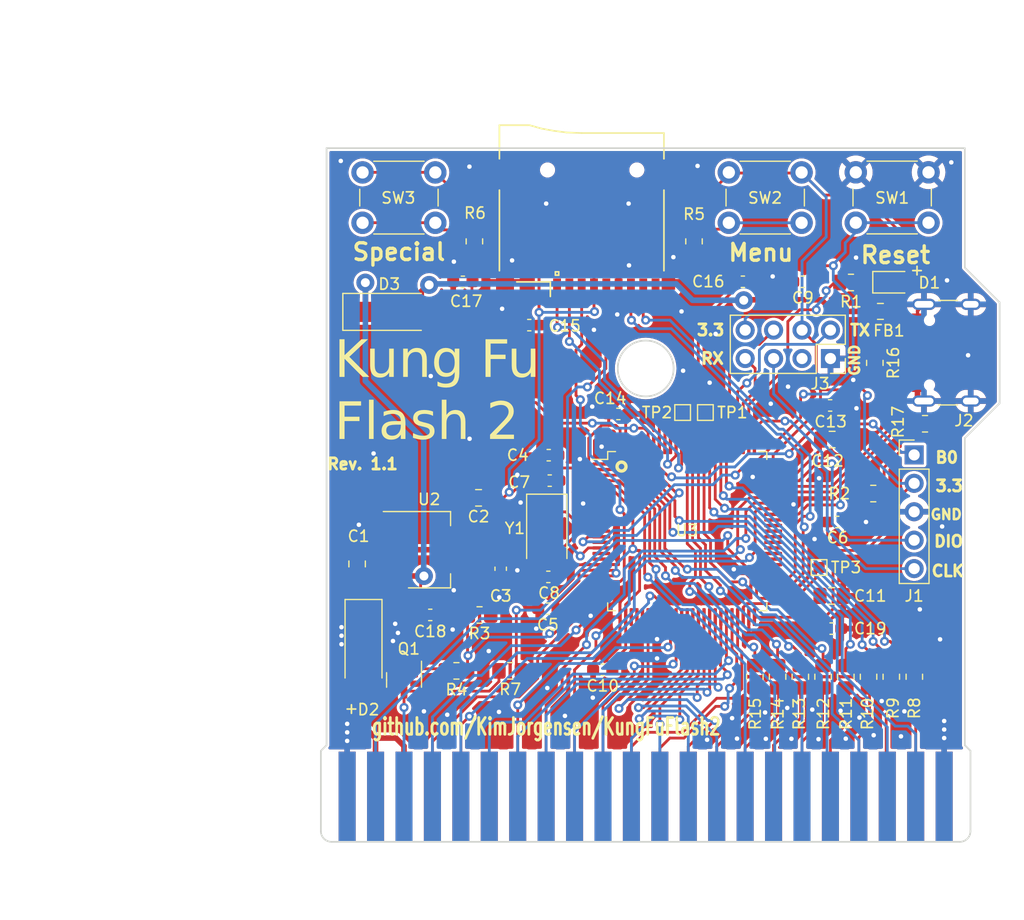
<source format=kicad_pcb>
(kicad_pcb (version 20240108) (generator "pcbnew") (generator_version "8.0")
  (title_block (title "Kung Fu Flash 2") (date "2023-12-26") (rev "1"))
  (layers (0 "F.Cu" signal) (31 "B.Cu" signal) (34 "B.Paste" user) (35 "F.Paste" user) (36 "B.SilkS" user "B.Silkscreen") (37 "F.SilkS" user "F.Silkscreen") (38 "B.Mask" user) (39 "F.Mask" user) (44 "Edge.Cuts" user))
  (net 0 "")
  (net 1 "GND")
  (net 3 "/SD_CK")
  (net 4 "+3V3")
  (net 5 "/SD_D2")
  (net 6 "/SD_D3")
  (net 7 "/SD_CMD")
  (net 8 "/~{IRQ}")
  (net 9 "/R~{W}")
  (net 11 "/~{IO1}")
  (net 12 "/~{GAME}")
  (net 13 "/~{EXROM}")
  (net 14 "/~{IO2}")
  (net 15 "/~{ROML}")
  (net 16 "/CD7")
  (net 17 "/BA")
  (net 18 "/CD6")
  (net 19 "/CD5")
  (net 20 "/CD4")
  (net 21 "/CD3")
  (net 22 "/CD2")
  (net 23 "/CD1")
  (net 24 "/CD0")
  (net 25 "/A15")
  (net 26 "/A14")
  (net 27 "/A13")
  (net 28 "/A12")
  (net 29 "/A11")
  (net 30 "/A10")
  (net 31 "/~{ROMH}")
  (net 32 "/~{RESET}")
  (net 33 "/~{NMI}")
  (net 34 "/PHI2")
  (net 35 "/A4")
  (net 36 "/A3")
  (net 37 "/A2")
  (net 38 "/A1")
  (net 39 "/A0")
  (net 40 "/A7")
  (net 41 "/A6")
  (net 42 "/A5")
  (net 43 "/A8")
  (net 44 "/A9")
  (net 45 "/D2")
  (net 46 "/D3")
  (net 47 "/D1")
  (net 48 "/D0")
  (net 49 "/D4")
  (net 50 "/D5")
  (net 51 "/D7")
  (net 52 "/D6")
  (net 53 "Net-(U3-PH0)")
  (net 54 "/~{RST_O}")
  (net 55 "/BOOT0")
  (net 56 "Net-(U3-PH1)")
  (net 57 "/~{LED}")
  (net 58 "Net-(D2-K)")
  (net 59 "/~{RST}")
  (net 60 "/MENU")
  (net 61 "/SPECIAL")
  (net 62 "Net-(C11-Pad2)")
  (net 63 "/SD_D0")
  (net 64 "/SD_D1")
  (net 65 "Net-(FB1-Pad1)")
  (net 66 "/SWDIO")
  (net 67 "Net-(C12-Pad1)")
  (net 68 "/SWCLK")
  (net 69 "/USB_D_M")
  (net 70 "Net-(D1-K)")
  (net 71 "Net-(R5-Pad1)")
  (net 72 "Net-(R6-Pad1)")
  (net 73 "Net-(J2-CC)")
  (net 74 "/W_RX")
  (net 76 "/W_PRG")
  (net 77 "/W_RST")
  (net 78 "/W_TX")
  (net 79 "Net-(Q1-B)")
  (net 80 "Net-(U3-PB5)")
  (net 81 "Net-(U3-PB6)")
  (net 82 "Net-(U3-PB13)")
  (net 92 "/~{DMA}")
  (net 106 "/~{RST_I}")
  (net 107 "/USB_D_P")
  (net 108 "Net-(J2-VCONN)")
  (net 109 "+5V_Cartridge")
  (net 110 "+5V_USB")
  (footprint "Button_Switch_THT:SW_PUSH_6mm_H8mm" (layer "F.Cu") (at 112.3315 70.3665)
    (property "Reference" "SW2")
    (property "Value" "Menu")
  )
  (footprint "Capacitor_SMD:C_0603_1608Metric_Pad1.08x0.95mm_HandSolder" (layer "F.Cu") (at 96.2395 95.631 180)
    (property "Reference" "C4")
    (property "Value" "100n")
  )
  (footprint "Capacitor_SMD:C_0603_1608Metric_Pad1.08x0.95mm_HandSolder" (layer "F.Cu") (at 96.1655 109.347 180)
    (property "Reference" "C5")
    (property "Value" "100n")
  )
  (footprint "Crystal:Crystal_SMD_5032-2Pin_5.0x3.2mm" (layer "F.Cu") (at 96.06625 102.163 -90)
    (property "Reference" "Y1")
    (property "Value" "25MHz")
  )
  (footprint "Capacitor_SMD:C_0603_1608Metric_Pad1.08x0.95mm_HandSolder" (layer "F.Cu") (at 122.0205 101.6)
    (property "Reference" "C6")
    (property "Value" "100n")
  )
  (footprint "KungFuFlash2:C64-Cart" (layer "F.Cu") (at 75.688 130.059501)
    (property "Reference" "U1" (hide yes))
    (property "Value" "C64-Exp-Port" (hide yes))
  )
  (footprint "Capacitor_SMD:C_0603_1608Metric_Pad1.08x0.95mm_HandSolder" (layer "F.Cu") (at 96.20375 106.504)
    (property "Reference" "C8")
    (property "Value" "20p")
  )
  (footprint "Capacitor_SMD:C_0805_2012Metric_Pad1.18x1.45mm_HandSolder" (layer "F.Cu") (at 121.5605 94.234)
    (property "Reference" "C12")
    (property "Value" "2.2u")
  )
  (footprint "Capacitor_SMD:C_0603_1608Metric_Pad1.08x0.95mm_HandSolder" (layer "F.Cu") (at 96.32875 97.904)
    (property "Reference" "C7")
    (property "Value" "20p")
  )
  (footprint "Resistor_SMD:R_0805_2012Metric_Pad1.20x1.40mm_HandSolder" (layer "F.Cu") (at 125.236654 99.059956 180)
    (property "Reference" "R2")
    (property "Value" "10k")
  )
  (footprint "Capacitor_SMD:C_0805_2012Metric_Pad1.18x1.45mm_HandSolder" (layer "F.Cu") (at 121.5175 108.204 180)
    (property "Reference" "C11")
    (property "Value" "2.2u")
  )
  (footprint "Capacitor_SMD:C_0603_1608Metric_Pad1.08x0.95mm_HandSolder" (layer "F.Cu") (at 102.4625 91.948)
    (property "Reference" "C14")
    (property "Value" "100n")
  )
  (footprint "Capacitor_SMD:C_0603_1608Metric_Pad1.08x0.95mm_HandSolder" (layer "F.Cu") (at 121.3855 91.186)
    (property "Reference" "C13")
    (property "Value" "100n")
  )
  (footprint "LED_SMD:LED_0805_2012Metric_Pad1.15x1.40mm_HandSolder" (layer "F.Cu") (at 127.053563 80.179314)
    (property "Reference" "D1")
    (property "Value" "LED")
  )
  (footprint "Button_Switch_THT:SW_PUSH_6mm_H8mm" (layer "F.Cu") (at 79.606 70.3665)
    (property "Reference" "SW3")
    (property "Value" "Special")
  )
  (footprint "KungFuFlash2:Conn_uSDcard" (layer "F.Cu") (at 99.184 70.1485 180)
    (property "Reference" "XS1")
    (property "Value" "uSD_push_push")
  )
  (footprint "Resistor_SMD:R_0805_2012Metric_Pad1.20x1.40mm_HandSolder" (layer "F.Cu") (at 89.5985 76.5265 -90)
    (property "Reference" "R6")
    (property "Value" "510R")
  )
  (footprint "Resistor_SMD:R_0805_2012Metric_Pad1.20x1.40mm_HandSolder" (layer "F.Cu") (at 87.9935 114.901)
    (property "Reference" "R4")
    (property "Value" "510R")
  )
  (footprint "Resistor_SMD:R_0805_2012Metric_Pad1.20x1.40mm_HandSolder" (layer "F.Cu") (at 90.059322 109.90882 180)
    (property "Reference" "R3")
    (property "Value" "10k")
  )
  (footprint "Resistor_SMD:R_0805_2012Metric_Pad1.20x1.40mm_HandSolder" (layer "F.Cu") (at 123.2445 80.2005)
    (property "Reference" "R1")
    (property "Value" "510R")
  )
  (footprint "Package_TO_SOT_SMD:SOT-23" (layer "F.Cu") (at 83.312 115.713 -90)
    (property "Reference" "Q1")
    (property "Value" "BC817")
  )
  (footprint "Package_TO_SOT_SMD:SOT-223-3_TabPin2" (layer "F.Cu") (at 85.5595 104.0765)
    (property "Reference" "U2")
    (property "Value" "AMS1117-3.3")
  )
  (footprint "Capacitor_SMD:C_0805_2012Metric_Pad1.18x1.45mm_HandSolder" (layer "F.Cu") (at 79.121 105.3465 90)
    (property "Reference" "C1")
    (property "Value" "10u")
  )
  (footprint "Capacitor_SMD:C_0805_2012Metric_Pad1.18x1.45mm_HandSolder" (layer "F.Cu") (at 89.9705 99.441 180)
    (property "Reference" "C2")
    (property "Value" "10u")
  )
  (footprint "Capacitor_SMD:C_0603_1608Metric_Pad1.08x0.95mm_HandSolder" (layer "F.Cu") (at 118.9495 80.137 180)
    (property "Reference" "C9")
    (property "Value" "100n")
  )
  (footprint "Capacitor_SMD:C_0603_1608Metric_Pad1.08x0.95mm_HandSolder" (layer "F.Cu") (at 91.948 105.777 -90)
    (property "Reference" "C3")
    (property "Value" "100n")
  )
  (footprint "Capacitor_SMD:C_0603_1608Metric_Pad1.08x0.95mm_HandSolder" (layer "F.Cu") (at 94.502 84.0105 180)
    (property "Reference" "C15")
    (property "Value" "100n")
  )
  (footprint "Button_Switch_THT:SW_PUSH_6mm_H8mm" (layer "F.Cu") (at 123.675 70.358)
    (property "Reference" "SW1")
    (property "Value" "Reset")
  )
  (footprint "Capacitor_SMD:C_0603_1608Metric_Pad1.08x0.95mm_HandSolder" (layer "F.Cu") (at 113.5875 80.137)
    (property "Reference" "C16")
    (property "Value" "100n")
  )
  (footprint "Capacitor_SMD:C_0603_1608Metric_Pad1.08x0.95mm_HandSolder" (layer "F.Cu") (at 88.568473 80.142355 180)
    (property "Reference" "C17")
    (property "Value" "100n")
  )
  (footprint "Resistor_SMD:R_0805_2012Metric_Pad1.20x1.40mm_HandSolder" (layer "F.Cu") (at 109.22 76.5265 -90)
    (property "Reference" "R5")
    (property "Value" "510R")
  )
  (footprint "Capacitor_SMD:C_0603_1608Metric_Pad1.08x0.95mm_HandSolder" (layer "F.Cu") (at 101.0655 114.808 180)
    (property "Reference" "C10")
    (property "Value" "100n")
  )
  (footprint "Package_QFP:LQFP-100_14x14mm_P0.5mm" (layer "F.Cu") (at 108.617 102.417)
    (property "Reference" "U3")
    (property "Value" "STM32H7B0VBTx")
  )
  (footprint "Resistor_SMD:R_0805_2012Metric_Pad1.20x1.40mm_HandSolder" (layer "F.Cu") (at 124.816 115.427 90)
    (property "Reference" "R10")
    (property "Value" "100R")
  )
  (footprint "Inductor_SMD:L_0805_2012Metric_Pad1.15x1.40mm_HandSolder" (layer "F.Cu") (at 125.874835 82.785807 180)
    (property "Reference" "FB1")
    (property "Value" "FerriteBead")
  )
  (footprint "Resistor_SMD:R_0805_2012Metric_Pad1.20x1.40mm_HandSolder" (layer "F.Cu") (at 122.784 115.427 90)
    (property "Reference" "R11")
    (property "Value" "100R")
  )
  (footprint "Resistor_SMD:R_0805_2012Metric_Pad1.20x1.40mm_HandSolder" (layer "F.Cu") (at 126.848 115.427 90)
    (property "Reference" "R9")
    (property "Value" "100R")
  )
  (footprint "TestPoint:TestPoint_Pad_1.0x1.0mm" (layer "F.Cu") (at 108.204 91.821)
    (property "Reference" "TP2")
    (property "Value" "~")
  )
  (footprint "Resistor_SMD:R_0805_2012Metric_Pad1.20x1.40mm_HandSolder" (layer "F.Cu") (at 125.37587 87.384329 -90)
    (property "Reference" "R16")
    (property "Value" "5k1")
  )
  (footprint "Resistor_SMD:R_0805_2012Metric_Pad1.20x1.40mm_HandSolder" (layer "F.Cu") (at 116.688 115.427 90)
    (property "Reference" "R14")
    (property "Value" "100R")
  )
  (footprint "Resistor_SMD:R_0805_2012Metric_Pad1.20x1.40mm_HandSolder" (layer "F.Cu") (at 129.859941 92.823461)
    (property "Reference" "R17")
    (property "Value" "5k1")
  )
  (footprint "Resistor_SMD:R_0805_2012Metric_Pad1.20x1.40mm_HandSolder" (layer "F.Cu") (at 120.752 115.427 90)
    (property "Reference" "R12")
    (property "Value" "100R")
  )
  (footprint "TestPoint:TestPoint_Pad_1.0x1.0mm" (layer "F.Cu") (at 120.396 105.664)
    (property "Reference" "TP3")
    (property "Value" "~")
  )
  (footprint "Capacitor_SMD:C_0603_1608Metric_Pad1.08x0.95mm_HandSolder" (layer "F.Cu") (at 121.5125 111.125)
    (property "Reference" "C19")
    (property "Value" "100n")
  )
  (footprint "Connector_USB:USB_C_Receptacle_GCT_USB4105-xx-A_16P_TopMnt_Horizontal" (layer "F.Cu") (at 132.870633 86.472689 90)
    (property "Reference" "J2")
    (property "Value" "USB_C_Plug_USB2.0")
  )
  (footprint "Resistor_SMD:R_0805_2012Metric_Pad1.20x1.40mm_HandSolder" (layer "F.Cu") (at 92.7935 114.901 180)
    (property "Reference" "R7")
    (property "Value" "510R")
  )
  (footprint "Resistor_SMD:R_0805_2012Metric_Pad1.20x1.40mm_HandSolder" (layer "F.Cu") (at 118.72 115.427 90)
    (property "Reference" "R13")
    (property "Value" "100R")
  )
  (footprint "Diode_SMD:D_SMA_Handsoldering" (layer "F.Cu") (at 82.354781 82.827496)
    (property "Reference" "D3")
    (property "Value" "SS14")
  )
  (footprint "TestPoint:TestPoint_Pad_1.0x1.0mm" (layer "F.Cu") (at 110.236 91.821)
    (property "Reference" "TP1")
    (property "Value" "~")
  )
  (footprint "Resistor_SMD:R_0805_2012Metric_Pad1.20x1.40mm_HandSolder" (layer "F.Cu") (at 114.656 115.427 90)
    (property "Reference" "R15")
    (property "Value" "100R")
  )
  (footprint "Resistor_SMD:R_0805_2012Metric_Pad1.20x1.40mm_HandSolder" (layer "F.Cu") (at 128.905 115.427 90)
    (property "Reference" "R8")
    (property "Value" "100R")
  )
  (footprint "Connector_PinSocket_2.54mm:PinSocket_2x04_P2.54mm_Vertical" (layer "F.Cu") (at 121.412 86.995 -90)
    (property "Reference" "J3")
    (property "Value" "Wifi")
  )
  (footprint "Connector_PinHeader_2.54mm:PinHeader_1x05_P2.54mm_Vertical" (layer "F.Cu") (at 128.887603 95.605045)
    (property "Reference" "J1")
    (property "Value" "SWD")
  )
  (footprint "Diode_SMD:D_SMA_Handsoldering" (layer "F.Cu") (at 79.6925 113.034635 -90)
    (property "Reference" "D2")
    (property "Value" "SS14")
  )
  (footprint "Capacitor_SMD:C_0603_1608Metric_Pad1.08x0.95mm_HandSolder" (layer "F.Cu") (at 85.656 109.901)
    (property "Reference" "C18")
    (property "Value" "100n")
  )
  (gr_circle (center 102.743 96.647) (end 103.143 96.647) (stroke (width 0.3)) (fill none) (layer "F.SilkS"))
  (gr_line (start 133.9215 122.047) (end 133.9215 129.2225) (stroke (width 0.15)) (layer "Edge.Cuts"))
  (gr_line (start 133.4135 68.199) (end 133.4135 78.867) (stroke (width 0.15)) (layer "Edge.Cuts"))
  (gr_line (start 133.4135 94.107) (end 133.4135 121.539) (stroke (width 0.15)) (layer "Edge.Cuts"))
  (gr_line (start 136.525 81.9785) (end 136.525 90.9955) (stroke (width 0.15)) (layer "Edge.Cuts"))
  (gr_circle (center 104.902 87.884) (end 102.4255 87.5665) (stroke (width 0.15)) (fill none) (layer "Edge.Cuts"))
  (gr_arc (start 133.9215 129.2225) (mid 133.642519 129.896019) (end 132.969 130.175) (stroke (width 0.15)) (layer "Edge.Cuts"))
  (gr_line (start 75.8825 129.2225) (end 75.8825 122.047) (stroke (width 0.15)) (layer "Edge.Cuts"))
  (gr_line (start 136.525 90.9955) (end 133.4135 94.107) (stroke (width 0.15)) (layer "Edge.Cuts"))
  (gr_line (start 76.3905 121.539) (end 76.3905 68.199) (stroke (width 0.15)) (layer "Edge.Cuts"))
  (gr_line (start 133.4135 78.867) (end 136.525 81.9785) (stroke (width 0.15)) (layer "Edge.Cuts"))
  (gr_arc (start 76.835 130.175) (mid 76.161481 129.896019) (end 75.8825 129.2225) (stroke (width 0.15)) (layer "Edge.Cuts"))
  (gr_line (start 75.8825 122.047) (end 76.3905 121.539) (stroke (width 0.15)) (layer "Edge.Cuts"))
  (gr_line (start 132.969 130.175) (end 76.835 130.175) (stroke (width 0.15)) (layer "Edge.Cuts"))
  (gr_line (start 76.3905 68.199) (end 133.4135 68.199) (stroke (width 0.15)) (layer "Edge.Cuts"))
  (gr_line (start 133.9215 122.047) (end 133.4135 121.539) (stroke (width 0.15)) (layer "Edge.Cuts"))
  (gr_text "github.com/KimJorgensen/KungFuFlash2" (at 96.012 119.888 0) (layer "F.SilkS") (effects (font (size 1.5 1) (thickness 0.25))))
  (gr_text "CLK" (at 130.321232 105.975621 0) (layer "F.SilkS") (effects (font (size 1 1) (thickness 0.25) (bold yes)) (justify left)))
  (gr_text "Rev. 1.1" (at 79.6036 96.4184 0) (layer "F.SilkS") (effects (font (size 1 1) (thickness 0.25))))
  (gr_text "GND" (at 130.237181 100.933216 0) (layer "F.SilkS") (effects (font (size 0.9 0.9) (thickness 0.225) (bold yes)) (justify left)))
  (gr_text "+" (at 78.613 118.237 0) (layer "F.SilkS") (effects (font (size 1 1))))
  (gr_text "DIO" (at 130.539998 103.330761 0) (layer "F.SilkS") (effects (font (size 1 1) (thickness 0.25) (bold yes)) (justify left)))
  (gr_text "3.3" (at 109.347 84.455 0) (layer "F.SilkS") (effects (font (size 1 1) (thickness 0.25) (bold yes)) (justify left)))
  (gr_text "GND" (at 123.566767 88.660817 90) (layer "F.SilkS") (effects (font (size 0.9 0.9) (thickness 0.225) (bold yes)) (justify left)))
  (gr_text "3.3" (at 130.666998 98.377761 0) (layer "F.SilkS") (effects (font (size 1 1) (thickness 0.25) (bold yes)) (justify left)))
  (gr_text "Kung Fu\nFlash 2" (at 77.089 94.742 0) (layer "F.SilkS") (effects (font (size 3.3 3.3)) (justify left bottom)))
  (gr_text "Reset" (at 123.94831 77.746808 0) (layer "F.SilkS") (effects (font (size 1.5 1.5) (thickness 0.3)) (justify left)))
  (gr_text "Special" (at 78.5495 77.47 0) (layer "F.SilkS") (effects (font (size 1.5 1.5) (thickness 0.3)) (justify left)))
  (gr_text "TX" (at 123.035353 84.469268 0) (layer "F.SilkS") (effects (font (size 1 1) (thickness 0.25) (bold yes)) (justify left)))
  (gr_text "B0" (at 130.666998 95.837761 0) (layer "F.SilkS") (effects (font (size 1 1) (thickness 0.25) (bold yes)) (justify left)))
  (gr_text "Menu" (at 112.141 77.5335 0) (layer "F.SilkS") (effects (font (size 1.5 1.5) (thickness 0.3)) (justify left)))
  (gr_text "RX" (at 109.728 86.995 0) (layer "F.SilkS") (effects (font (size 1 1) (thickness 0.25) (bold yes)) (justify left)))
  (gr_text "+" (at 129.144694 79.062957 0) (layer "F.SilkS") (effects (font (size 1 1))))
  (segment (start 114.3 107.696) (end 113.411 108.585) (width 0.25) (layer "F.Cu") (net 1))
  (segment (start 99.314 100.154685) (end 99.314 99.949) (width 0.25) (layer "F.Cu") (net 1))
  (segment (start 100.203 114.222941) (end 100.935239 113.490702) (width 0.3) (layer "F.Cu") (net 1))
  (segment (start 114.919 96.917) (end 114.465375 97.370625) (width 0.25) (layer "F.Cu") (net 1))
  (segment (start 131.572 120.904) (end 131.572 119.38) (width 0.25) (layer "F.Cu") (net 1))
  (segment (start 111.3536 104.4001) (end 111.3536 102.3874) (width 0.25) (layer "F.Cu") (net 1))
  (segment (start 116.292 96.917) (end 114.919 96.917) (width 0.25) (layer "F.Cu") (net 1))
  (segment (start 102.362 83.058) (end 102.484 82.936) (width 0.25) (layer "F.Cu") (net 1))
  (segment (start 103.117 94.742) (end 103.117 92.156) (width 0.25) (layer "F.Cu") (net 1))
  (segment (start 131.568 120.908) (end 131.572 120.904) (width 0.25) (layer "F.Cu") (net 1))
  (segment (start 101.7524 118.7196) (end 102.108 119.0752) (width 0.25) (layer "F.Cu") (net 1))
  (segment (start 87.0204 118.8212) (end 87.1728 118.8212) (width 0.25) (layer "F.Cu") (net 1))
  (segment (start 101.0412 117.2972) (end 103.0224 115.316) (width 0.25) (layer "F.Cu") (net 1))
  (segment (start 103.3272 113.5888) (end 104.2924 113.5888) (width 0.25) (layer "F.Cu") (net 1))
  (segment (start 113.858987 106.219689) (end 114.3 106.660702) (width 0.25) (layer "F.Cu") (net 1))
  (segment (start 114.117 111.45) (end 114.117 110.092) (width 0.25) (layer "F.Cu") (net 1))
  (segment (start 105.918 115.495196) (end 105.918 113.789434) (width 0.25) (layer "F.Cu") (net 1))
  (segment (start 111.3536 102.3874) (end 112.677351 101.063649) (width 0.25) (layer "F.Cu") (net 1))
  (segment (start 85.09 118.5164) (end 86.614 118.5164) (width 0.25) (layer "F.Cu") (net 1))
  (segment (start 103.117 94.742) (end 103.117 95.607685) (width 0.25) (layer "F.Cu") (net 1))
  (segment (start 104.2924 113.5888) (end 104.634602 113.931002) (width 0.25) (layer "F.Cu") (net 1))
  (segment (start 112.8715 105.918) (end 112.8715 106.188189) (width 0.25) (layer "F.Cu") (net 1))
  (segment (start 101.981 95.885) (end 100.965 94.869) (width 0.25) (layer "F.Cu") (net 1))
  (segment (start 123.19 88.773) (end 123.444 88.773) (width 0.25) (layer "F.Cu") (net 1))
  (segment (start 100.942 100.917) (end 100.076315 100.917) (width 0.25) (layer "F.Cu") (net 1))
  (segment (start 102.839685 95.885) (end 101.981 95.885) (width 0.25) (layer "F.Cu") (net 1))
  (segment (start 94.673143 98.11875) (end 93.726 99.065893) (width 0.25) (layer "F.Cu") (net 1))
  (segment (start 112.677351 99.362399) (end 114.465375 97.574375) (width 0.25) (layer "F.Cu") (net 1))
  (segment (start 77.724 111.76) (end 77.724 112.522) (width 0.25) (layer "F.Cu") (net 1))
  (segment (start 112.903 106.219689) (end 113.858987 106.219689) (width 0.25) (layer "F.Cu") (net 1))
  (segment (start 114.3 106.660702) (end 114.3 107.696) (width 0.25) (layer "F.Cu") (net 1))
  (segment (start 113.411 108.585) (end 107.9246 108.585) (width 0.25) (layer "F.Cu") (net 1))
  (segment (start 100.203 114.808) (end 100.203 114.222941) (width 0.3) (layer "F.Cu") (net 1))
  (segment (start 78.232 119.634) (end 78.232 121.158) (width 0.25) (layer "F.Cu") (net 1))
  (segment (start 103.117 95.607685) (end 102.839685 95.885) (width 0.25) (layer "F.Cu") (net 1))
  (segment (start 102.108 119.0752) (end 103.124 119.0752) (width 0.25) (layer "F.Cu") (net 1))
  (segment (start 112.776 105.8225) (end 112.8715 105.918) (width 0.25) (layer "F.Cu") (net 1))
  (segment (start 101.7524 117.999095) (end 101.7524 118.7196) (width 0.25) (layer "F.Cu") (net 1))
  (segment (start 114.465375 97.370625) (end 114.465375 97.574375) (width 0.25) (layer "F.Cu") (net 1))
  (segment (start 116.078 90.9828) (end 116.078 91.0336) (width 0.25) (layer "F.Cu") (net 1))
  (segment (start 86.9696 118.872) (end 87.0204 118.8212) (width 0.25) (layer "F.Cu") (net 1))
  (segment (start 100.942 105.417) (end 98.924604 105.417) (width 0.25) (layer "F.Cu") (net 1))
  (segment (start 103.4796 118.7196) (end 103.4796 117.933596) (width 0.25) (layer "F.Cu") (net 1))
  (segment (start 77.724 110.998) (end 77.724 111.76) (width 0.25) (layer "F.Cu") (net 1))
  (segment (start 129.190632 83.272689) (end 129.190632 82.727689) (width 0.3) (layer "F.Cu") (net 1))
  (segment (start 104.634602 113.931002) (end 104.634602 115.116893) (width 0.25) (layer "F.Cu") (net 1))
  (segment (start 103.124 119.0752) (end 103.4796 118.7196) (width 0.25) (layer "F.Cu") (net 1))
  (segment (start 103.0224 113.8936) (end 103.3272 113.5888) (width 0.25) (layer "F.Cu") (net 1))
  (segment (start 107.9246 108.585) (end 107.061 107.7214) (width 0.25) (layer "F.Cu") (net 1))
  (segment (start 93.726 99.065893) (end 93.726 99.859) (width 0.25) (layer "F.Cu") (net 1))
  (segment (start 103.4796 117.933596) (end 105.918 115.495196) (width 0.25) (layer "F.Cu") (net 1))
  (segment (start 103.0224 115.316) (end 103.0224 113.8936) (width 0.25) (layer "F.Cu") (net 1))
  (segment (start 123.444 88.9) (end 123.448299 88.904299) (width 0.25) (layer "F.Cu") (net 1))
  (segment (start 100.1776 117.2972) (end 101.0412 117.2972) (width 0.25) (layer "F.Cu") (net 1))
  (segment (start 92.075 82.55) (end 92.1665 82.55) (width 0.25) (layer "F.Cu") (net 1))
  (segment (start 112.776 105.8225) (end 111.3536 104.4001) (width 0.25) (layer "F.Cu") (net 1))
  (segment (start 104.634602 115.116893) (end 101.7524 117.999095) (width 0.25) (layer "F.Cu") (net 1))
  (segment (start 86.614 118.5164) (end 86.9696 118.872) (width 0.25) (layer "F.Cu") (net 1))
  (segment (start 95.46625 98.11875) (end 94.673143 98.11875) (width 0.25) (layer "F.Cu") (net 1))
  (segment (start 112.677351 101.063649) (end 112.677351 99.362399) (width 0.25) (layer "F.Cu") (net 1))
  (segment (start 131.568 126.121227) (end 131.568 120.908) (width 0.5) (layer "F.Cu") (net 1))
  (segment (start 112.8715 106.188189) (end 112.903 106.219689) (width 0.25) (layer "F.Cu") (net 1))
  (segment (start 78.228 121.162) (end 78.232 121.158) (width 0.25) (layer "F.Cu") (net 1))
  (segment (start 129.190632 82.727689) (end 129.765633 82.152688) (width 0.3) (layer "F.Cu") (net 1))
  (segment (start 100.203 117.2718) (end 100.1776 117.2972) (width 0.25) (layer "F.Cu") (net 1))
  (segment (start 78.228 126.121227) (end 78.228 121.162) (width 0.5) (layer "F.Cu") (net 1))
  (segment (start 123.444 88.773) (end 123.444 88.9) (width 0.25) (layer "F.Cu") (net 1))
  (via (at 129.395418 109.406946) (size 0.8) (drill 0.4) (layers "F.Cu" "B.Cu") (net 1))
  (via (at 108.245072 88.08435) (size 0.8) (drill 0.4) (layers "F.Cu" "B.Cu") (net 1))
  (via (at 123.448299 88.904299) (size 0.8) (drill 0.4) (layers "F.Cu" "B.Cu") (net 1))
  (via (at 82.768249 111.508203) (size 0.8) (drill 0.4) (layers "F.Cu" "B.Cu") (net 1))
  (via (at 85.697844 88.561989) (size 0.8) (drill 0.4) (layers "F.Cu" "B.Cu") (net 1))
  (via (at 103.378 73.152) (size 0.8) (drill 0.4) (layers "F.Cu" "B.Cu") (net 1))
  (via (at 105.918 113.789434) (size 0.8) (drill 0.4) (layers "F.Cu" "B.Cu") (net 1))
  (via (at 116.078 91.0336) (size 0.8) (drill 0.4) (layers "F.Cu" "B.Cu") (net 1))
  (via (at 111.152982 84.79453) (size 0.8) (drill 0.4) (layers "F.Cu" "B.Cu") (net 1))
  (via (at 96.1136 116.4336) (size 0.8) (drill 0.4) (layers "F.Cu" "B.Cu") (net 1))
  (via (at 117.9238 120.9718) (size 0.8) (drill 0.4) (layers "F.Cu" "B.Cu") (net 1))
  (via (at 112.6236 119.126) (size 0.8) (drill 0.4) (layers "F.Cu" "B.Cu") (net 1))
  (via (at 118.11 100.0252) (size 0.8) (drill 0.4) (layers "F.Cu" "B.Cu") (net 1))
  (via (at 105.918 112.0648) (size 0.8) (drill 0.4) (layers "F.Cu" "B.Cu") (net 1))
  (via (at 117.5512 118.2116) (size 0.8) (drill 0.4) (layers "F.Cu" "B.Cu") (net 1))
  (via (at 77.724 112.522) (size 0.8) (drill 0.4) (layers "F.Cu" "B.Cu") (net 1))
  (via (at 89.154 69.85) (size 0.8) (drill 0.4) (layers "F.Cu" "B.Cu") (net 1))
  (via (at 123.698 77.978) (size 0.8) (drill 0.4) (layers "F.Cu" "B.Cu") (net 1))
  (via (at 87.76512 78.340655) (size 0.8) (drill 0.4) (layers "F.Cu" "B.Cu") (net 1))
  (via (at 117.621099 89.509017) (size 0.8) (drill 0.4) (layers "F.Cu" "B.Cu") (net 1))
  (via (at 91.821 108.331) (size 0.8) (drill 0.4) (layers "F.Cu" "B.Cu") (net 1))
  (via (at 99.986 109.982) (size 0.8) (drill 0.4) (layers "F.Cu" "B.Cu") (net 1))
  (via (at 100.1268 91.2876) (size 0.8) (drill 0.4) (layers "F.Cu" "B.Cu") (net 1))
  (via (at 92.075 82.55) (size 0.8) (drill 0.4) (layers "F.Cu" "B.Cu") (net 1))
  (via (at 119.9896 103.124) (size 0.8) (drill 0.4) (layers "F.Cu" "B.Cu") (net 1))
  (via (at 122.3131 118.4656) (size 0.8) (drill 0.4) (layers "F.Cu" "B.Cu") (net 1))
  (via (at 132.207 69.469) (size 0.8) (drill 0.4) (layers "F.Cu" "B.Cu") (net 1))
  (via (at 102.362 83.058) (size 0.8) (drill 0.4) (layers "F.Cu" "B.Cu") (net 1))
  (via (at 127.7112 120.7516) (size 0.8) (drill 0.4) (layers "F.Cu" "B.Cu") (net 1))
  (via (at 77.6605 69.342) (size 0.8) (drill 0.4) (layers "F.Cu" "B.Cu") (net 1))
  (via (at 125.988299 117.597701) (size 0.8) (drill 0.4) (layers "F.Cu" "B.Cu") (net 1))
  (via (at 89.167872 94.163607) (size 0.8) (drill 0.4) (layers "F.Cu" "B.Cu") (net 1))
  (via (at 131.572 119.38) (size 0.8) (drill 0.4) (layers "F.Cu" "B.Cu") (net 1))
  (via (at 87.755075 107.696718) (size 0.8) (drill 0.4) (layers "F.Cu" "B.Cu") (net 1))
  (via (at 80.591945 95.47726) (size 0.8) (drill 0.4) (layers "F.Cu" "B.Cu") (net 1))
  (via (at 100.2792 84.4296) (size 0.8) (drill 0.4) (layers "F.Cu" "B.Cu") (net 1))
  (via (at 82.52168 110.695272) (size 0.8) (drill 0.4) (layers "F.Cu" "B.Cu") (net 1))
  (via (at 133.708167 86.703045) (size 0.8) (drill 0.4) (layers "F.Cu" "B.Cu") (net 1))
  (via (at 123.7355 91.44) (size 0.8) (drill 0.4) (layers "F.Cu" "B.Cu") (net 1))
  (via (at 78.232 121.158) (size 0.8) (drill 0.4) (layers "F.Cu" "B.Cu") (net 1))
  (via (at 115.57 118.618) (size 0.8) (drill 0.4) (layers "F.Cu" "B.Cu") (net 1))
  (via (at 100.1776 117.2972) (size 0.8) (drill 0.4) (layers "F.Cu" "B.Cu") (net 1))
  (via (at 91.7956 118.5672) (size 0.8) (drill 0.4) (layers "F.Cu" "B.Cu") (net 1))
  (via (at 109.5375 69.7865) (size 0.8) (drill 0.4) (layers "F.Cu" "B.Cu") (net 1))
  (via (at 113.0635 120.9548) (size 0.8) (drill 0.4) (layers "F.Cu" "B.Cu") (net 1))
  (via (at 93.4345 97.3825) (size 0.8) (drill 0.4) (layers "F.Cu" "B.Cu") (net 1))
  (via (at 120.3452 121.0056) (size 0.8) (drill 0.4) (layers "F.Cu" "B.Cu") (net 1))
  (via (at 115.6378 120.9718) (size 0.8) (drill 0.4) (layers "F.Cu" "B.Cu") (net 1))
  (via (at 100.965 94.869) (size 0.8) (drill 0.4) (layers "F.Cu" "B.Cu") (net 1))
  (via (at 116.25043 79.659946) (size 0.8) (drill 0.4) (layers "F.Cu" "B.Cu") (net 1))
  (via (at 77.724 111.76) (size 0.8) (drill 0.4) (layers "F.Cu" "B.Cu") (net 1))
  (via (at 87.1728 118.8212) (size 0.8) (drill 0.4) (layers "F.Cu" "B.Cu") (net 1))
  (via (at 92.964 78.228629) (size 0.8) (drill 0.4) (layers "F.Cu" "B.Cu") (net 1))
  (via (at 77.724 110.998) (size 0.8) (drill 0.4) (layers "F.Cu" "B.Cu") (net 1))
  (via (at 112.776 105.8225) (size 0.8) (drill 0.4) (layers "F.Cu" "B.Cu") (net 1))
  (via (at 131.826 80.01) (size 0.8) (drill 0.4) (layers "F.Cu" "B.Cu") (net 1))
  (via (at 82.32345 112.23195) (size 0.8) (drill 0.4) (layers "F.Cu" "B.Cu") (net 1))
  (via (at 93.726 99.859) (size 0.8) (drill 0.4) (layers "F.Cu" "B.Cu") (net 1))
  (via (at 131.20479 112.083826) (size 0.8) (drill 0.4) (layers "F.Cu" "B.Cu") (net 1))
  (via (at 96.012 73.152) (size 0.8) (drill 0.4) (layers "F.Cu" "B.Cu") (net 1))
  (via (at 97.6884 118.9228) (size 0.8) (drill 0.4) (layers "F.Cu" "B.Cu") (net 1))
  (via (at 119.7864 118.364) (size 0.8) (drill 0.4) (layers "F.Cu" "B.Cu") (net 1))
  (via (at 128.016 118.5164) (size 0.8) (drill 0.4) (layers "F.Cu" "B.Cu") (net 1))
  (via (at 87.656752 111.211707) (size 0.8) (drill 0.4) (layers "F.Cu" "B.Cu") (net 1))
  (via (at 120.396 97.6925) (size 0.8) (drill 0.4) (layers "F.Cu" "B.Cu") (net 1))
  (via (at 131.572 120.142) (size 0.8) (drill 0.4) (layers "F.Cu" "B.Cu") (net 1))
  (via (at 78.232 119.634) (size 0.8) (drill 0.4) (layers "F.Cu" "B.Cu") (net 1))
  (via (at 99.314 99.949) (size 0.8) (drill 0.4) (layers "F.Cu" "B.Cu") (net 1))
  (via (at 85.09 118.5164) (size 0.8) (drill 0.4) (layers "F.Cu" "B.Cu") (net 1))
  (via (at 110.3884 121.0564) (size 0.8) (drill 0.4) (layers "F.Cu" "B.Cu") (net 1))
  (via (at 107.377291 77.935106) (size 0.8) (drill 0.4) (layers "F.Cu" "B.Cu") (net 1))
  (via (at 114.465375 97.574375) (size 0.8) (drill 0.4) (layers "F.Cu" "B.Cu") (net 1))
  (via (at 124.587 101.6) (size 0.8) (drill 0.4) (layers "F.Cu" "B.Cu") (net 1))
  (via (at 108.104314 82.78687) (size 0.8) (drill 0.4) (layers "F.Cu" "B.Cu") (net 1))
  (via (at 78.232 120.396) (size 0.8) (drill 0.4) (layers "F.Cu" "B.Cu") (net 1))
  (via (at 99.0225 95.982467) (size 0.8) (drill 0.4) (layers "F.Cu" "B.Cu") (net 1))
  (via (at 79.278291 101.847241) (size 0.8) (drill 0.4) (layers "F.Cu" "B.Cu") (net 1))
  (via (at 131.572 120.904) (size 0.8) (drill 0.4) (layers "F.Cu" "B.Cu") (net 1))
  (via (at 131.388776 102.001176) (size 0.8) (drill 0.4) (layers "F.Cu" "B.Cu") (net 1))
  (via (at 95.123 111.125) (size 0.8) (drill 0.4) (layers "F.Cu" "B.Cu") (net 1))
  (via (at 110.617 89.154) (size 0.8) (drill 0.4) (layers "F.Cu" "B.Cu") (net 1))
  (via (at 93.435 105.918) (size 0.8) (drill 0.4) (layers "F.Cu" "B.Cu") (net 1))
  (via (at 124.0028 119.0752) (size 0.8) (drill 0.4) (layers "F.Cu" "B.Cu") (net 1))
  (via (at 125.2728 120.65) (size 0.8) (drill 0.4) (layers "F.Cu" "B.Cu") (net 1))
  (via (at 103.412851 78.672213) (size 0.8) (drill 0.4) (layers "F.Cu" "B.Cu") (net 1))
  (via (at 122.779301 120.959099) (size 0.8) (drill 0.4) (layers "F.Cu" "B.Cu") (net 1))
  (via (at 90.8812 113.1316) (size 0.8) (drill 0.4) (layers "F.Cu" "B.Cu") (net 1))
  (segment (start 78.232 120.396) (end 78.232 119.634) (width 0.25) (layer "B.Cu") (net 1))
  (segment (start 131.568 126.121227) (end 131.568 120.908) (width 0.5) (layer "B.Cu") (net 1))
  (segment (start 78.228 121.162) (end 78.232 121.158) (width 0.25) (layer "B.Cu") (net 1))
  (segment (start 77.724 110.998) (end 77.724 111.76) (width 0.25) (layer "B.Cu") (net 1))
  (segment (start 82.32345 111.953002) (end 82.32345 112.23195) (width 0.25) (layer "B.Cu") (net 1))
  (segment (start 92.0115 82.4865) (end 92.075 82.55) (width 0.25) (layer "B.Cu") (net 1))
  (segment (start 78.232 120.396) (end 78.232 121.158) (width 0.25) (layer "B.Cu") (net 1))
  (segment (start 131.568 120.908) (end 131.572 120.904) (width 0.25) (layer "B.Cu") (net 1))
  (segment (start 78.228 126.121227) (end 78.228 121.162) (width 0.5) (layer "B.Cu") (net 1))
  (segment (start 99.0225 95.982467) (end 99.06 96.019967) (width 0.25) (layer "B.Cu") (net 1))
  (segment (start 131.572 120.904) (end 131.572 120.142) (width 0.25) (layer "B.Cu") (net 1))
  (segment (start 131.572 119.38) (end 131.572 120.142) (width 0.25) (layer "B.Cu") (net 1))
  (segment (start 95.123 111.125) (end 95.25 111.125) (width 0.25) (layer "B.Cu") (net 1))
  (segment (start 99.055701 104.643701) (end 99.782402 103.917) (width 0.25) (layer "F.Cu") (net 3))
  (segment (start 99.782402 103.917) (end 100.942 103.917) (width 0.25) (layer "F.Cu") (net 3))
  (segment (start 101.346 87.884) (end 101.346 80.6865) (width 0.25) (layer "F.Cu") (net 3))
  (segment (start 99.695 89.535) (end 101.346 87.884) (width 0.25) (layer "F.Cu") (net 3))
  (via (at 99.055701 104.643701) (size 0.8) (drill 0.4) (layers "F.Cu" "B.Cu") (net 3))
  (via (at 99.695 89.535) (size 0.8) (drill 0.4) (layers "F.Cu" "B.Cu") (net 3))
  (segment (start 97.917 90.424) (end 97.917 103.505) (width 0.25) (layer "B.Cu") (net 3))
  (segment (start 97.917 103.505) (end 99.055701 104.643701) (width 0.25) (layer "B.Cu") (net 3))
  (segment (start 99.695 89.535) (end 98.806 89.535) (width 0.25) (layer "B.Cu") (net 3))
  (segment (start 98.806 89.535) (end 97.917 90.424) (width 0.25) (layer "B.Cu") (net 3))
  (segment (start 92.075 99.568) (end 90.9955 99.568) (width 0.25) (layer "F.Cu") (net 4))
  (segment (start 102.1555 98.917) (end 103.759 100.5205) (width 0.25) (layer "F.Cu") (net 4))
  (segment (start 103.750898 104.009712) (end 103.881186 104.14) (width 0.25) (layer "F.Cu") (net 4))
  (segment (start 125.894821 83.909179) (end 125.894821 81.925949) (width 0.25) (layer "F.Cu") (net 4))
  (segment (start 100.284 82.758) (end 100.284 81.742) (width 0.25) (layer "F.Cu") (net 4))
  (segment (start 97.028 108.7755) (end 97.028 109.347) (width 0.25) (layer "F.Cu") (net 4))
  (segment (start 101.6 92.964) (end 101.6 91.948) (width 0.25) (layer "F.Cu") (net 4))
  (segment (start 102.0165 106.417) (end 102.2615 106.172) (width 0.25) (layer "F.Cu") (net 4))
  (segment (start 128.078563 81.116812) (end 128.078563 80.179314) (width 0.25) (layer "F.Cu") (net 4))
  (segment (start 105.8545 73.8505) (end 100.8205 78.8845) (width 0.25) (layer "F.Cu") (net 4))
  (segment (start 103.759 104.14) (end 104.361 104.14) (width 0.25) (layer "F.Cu") (net 4))
  (segment (start 124.714 90.17) (end 124.206 89.662) (width 0.25) (layer "F.Cu") (net 4))
  (segment (start 95.1865 96.774) (end 97.049 96.774) (width 0.25) (layer "F.Cu") (net 4))
  (segment (start 103.117 108.973) (end 103.117 110.092) (width 0.25) (layer "F.Cu") (net 4))
  (segment (start 120.855 72.39) (end 124.333 72.39) (width 0.25) (layer "F.Cu") (net 4))
  (segment (start 121.158 103.6555) (end 121.6425 104.14) (width 0.25) (layer "F.Cu") (net 4))
  (segment (start 103.881186 104.14) (end 104.361 104.14) (width 0.25) (layer "F.Cu") (net 4))
  (segment (start 97.049 96.774) (end 98.425 96.774) (width 0.25) (layer "F.Cu") (net 4))
  (segment (start 100.926 98.933) (end 98.425 98.933) (width 0.25) (layer "F.Cu") (net 4))
  (segment (start 100.284 81.0295) (end 100.284 78.8845) (width 0.25) (layer "F.Cu") (net 4))
  (segment (start 128.0795 76.1365) (end 128.0795 80.178377) (width 0.25) (layer "F.Cu") (net 4))
  (segment (start 89.59 73.8505) (end 92.0115 73.8505) (width 0.25) (layer "F.Cu") (net 4))
  (segment (start 121.6425 109.3705) (end 121.6425 104.14) (width 0.25) (layer "F.Cu") (net 4))
  (segment (start 102.235 92.964) (end 102.617 93.346) (width 0.25) (layer "F.Cu") (net 4))
  (segment (start 95.377 82.8675) (end 95.377 84.0105) (width 0.25) (layer "F.Cu") (net 4))
  (segment (start 100.284 81.742) (end 100.284 80.6485) (width 0.25) (layer "F.Cu") (net 4))
  (segment (start 116.292 96.417) (end 116.292 95.6075) (width 0.25) (layer "F.Cu") (net 4))
  (segment (start 120.65 110.363) (end 120.396 110.109) (width 0.25) (layer "F.Cu") (net 4))
  (segment (start 90.932 104.0765) (end 91.1225 104.0765) (width 0.5) (layer "F.Cu") (net 4))
  (segment (start 125.894821 81.925949) (end 126.229507 81.591263) (width 0.25) (layer "F.Cu") (net 4))
  (segment (start 100.33 82.804) (end 100.284 82.758) (width 0.25) (layer "F.Cu") (net 4))
  (segment (start 128.0795 80.178377) (end 128.078563 80.179314) (width 0.25) (layer "F.Cu") (net 4))
  (segment (start 100.942 98.917) (end 102.1555 98.917) (width 0.25) (layer "F.Cu") (net 4))
  (segment (start 100.942 101.417) (end 99.258 101.417) (width 0.25) (layer "F.Cu") (net 4))
  (segment (start 124.714 90.297) (end 124.714 90.17) (width 0.25) (layer "F.Cu") (net 4))
  (segment (start 82.4095 104.0765) (end 88.7095 104.0765) (width 0.5) (layer "F.Cu") (net 4))
  (segment (start 90.9935 105.3485) (end 90.9935 109.701) (width 0.25) (layer "F.Cu") (net 4))
  (segment (start 97.102 96.192) (end 97.102 96.721) (width 0.25) (layer "F.Cu") (net 4))
  (segment (start 104.361 107.729) (end 103.117 108.973) (width 0.25) (layer "F.Cu") (net 4))
  (segment (start 120.65 110.363) (end 121.6425 109.3705) (width 0.25) (layer "F.Cu") (net 4))
  (segment (start 86.106 70.3665) (end 89.59 73.8505) (width 0.25) (layer "F.Cu") (net 4))
  (segment (start 92.0115 73.8505) (end 95.377 77.216) (width 0.25) (layer "F.Cu") (net 4))
  (segment (start 101.928 114.808) (end 101.928 114.1244) (width 0.25) (layer "F.Cu") (net 4))
  (segment (start 100.284 78.8845) (end 95.377 78.8845) (width 0.25) (layer "F.Cu") (net 4))
  (segment (start 120.65 110.871) (end 120.65 110.363) (width 0.25) (layer "F.Cu") (net 4))
  (segment (start 104.361 104.14) (end 104.361 107.729) (width 0.25) (layer "F.Cu") (net 4))
  (segment (start 91.44 104.902) (end 90.9935 105.3485) (width 0.25) (layer "F.Cu") (net 4))
  (segment (start 100.942 106.417) (end 102.0165 106.417) (width 0.25) (layer "F.Cu") (net 4))
  (segment (start 121.158 101.6) (end 121.158 103.6555) (width 0.25) (layer "F.Cu") (net 4))
  (segment (start 99.817 96.213272) (end 99.817 94.112) (width 0.25) (layer "F.Cu") (net 4))
  (segment (start 99.817 94.112) (end 100.965 92.964) (width 0.25) (layer "F.Cu") (net 4))
  (segment (start 91.1225 104.0765) (end 91.948 104.902) (width 0.5) (layer "F.Cu") (net 4))
  (segment (start 91.948 104.902) (end 91.44 104.902) (width 0.25) (layer "F.Cu") (net 4))
  (segment (start 99.256272 96.774) (end 99.817 96.213272) (width 0.25) (layer "F.Cu") (net 4))
  (segment (start 124.079 89.789) (end 124.333 89.535) (width 0.25) (layer "F.Cu") (net 4))
  (segment (start 88.7095 104.0765) (end 90.932 104.0765) (width 0.5) (layer "F.Cu") (net 4))
  (segment (start 127.508 101.219) (end 127.508 99.441) (width 0.25) (layer "F.Cu") (net 4))
  (segment (start 112.4355 70.4215) (end 109.0065 73.8505) (width 0.25) (layer "F.Cu") (net 4))
  (segment (start 101.6 92.964) (end 102.235 92.964) (width 0.25) (layer "F.Cu") (net 4))
  (segment (start 98.942 106.417) (end 98.942 106.8615) (width 0.25) (layer "F.Cu") (net 4))
  (segment (start 112.4355 70.4215) (end 118.9355 70.4215) (width 0.25) (layer "F.Cu") (net 4))
  (segment (start 99.258 101.417) (end 98.425 100.584) (width 0.25) (layer "F.Cu") (net 4))
  (segment (start 79.502 70.358) (end 86.002 70.358) (width 0.25) (layer "F.Cu") (net 4))
  (segment (start 100.942 106.417) (end 98.942 106.417) (width 0.25) (layer "F.Cu") (net 4))
  (segment (start 124.333 89.535) (end 124.333 85.471) (width 0.25) (layer "F.Cu") (net 4))
  (segment (start 101.6 91.694) (end 101.6 92.964) (width 0.25) (layer "F.Cu") (net 4))
  (segment (start 120.142 85.725) (end 120.142 89.408) (width 0.25) (layer "F.Cu") (net 4))
  (segment (start 126.229507 81.591263) (end 127.604112 81.591263) (width 0.25) (layer "F.Cu") (net 4))
  (segment (start 124.333 85.471) (end 125.894821 83.909179) (width 0.25) (layer "F.Cu") (net 4))
  (segment (start 95.377 77.216) (end 95.377 82.8675) (width 0.25) (layer "F.Cu") (net 4))
  (segment (start 120.523 89.789) (end 124.079 89.789) (width 0.25) (layer "F.Cu") (net 4))
  (segment (start 102.2615 106.172) (end 102.0065 105.917) (width 0.25) (layer "F.Cu") (net 4))
  (segment (start 98.425 100.584) (end 98.425 98.933) (width 0.25) (layer "F.Cu") (net 4))
  (segment (start 97.049 96.774) (end 97.102 96.721) (width 0.25) (layer "F.Cu") (net 4))
  (segment (start 120.523 89.789) (end 120.523 91.186) (width 0.25) (layer "F.Cu") (net 4))
  (segment (start 103.117 112.9354) (end 103.117 110.092) (width 0.25) (layer "F.Cu") (net 4))
  (segment (start 124.587 104.14) (end 127.508 101.219) (width 0.25) (layer "F.Cu") (net 4))
  (segment (start 120.65 111.125) (end 120.65 110.363) (width 0.25) (layer "F.Cu") (net 4))
  (segment (start 102.0065 105.917) (end 100.942 105.917) (width 0.25) (layer "F.Cu") (net 4))
  (segment (start 116.292 95.6075) (end 120.523 91.3765) (width 0.25) (layer "F.Cu") (net 4))
  (segment (start 118.8315 70.3665) (end 120.855 72.39) (width 0.25) (layer "F.Cu") (net 4))
  (segment (start 101.928 114.1244) (end 103.117 112.9354) (width 0.25) (layer "F.Cu") (net 4))
  (segment (start 121.6425 104.14) (end 124.587 104.14) (width 0.25) (layer "F.Cu") (net 4))
  (segment (start 98.942 106.036) (end 98.942 106.417) (width 0.25) (layer "F.Cu") (net 4))
  (segment (start 97.102 96.192) (end 97.102 95.631) (width 0.25) (layer "F.Cu") (net 4))
  (segment (start 93.0275 98.933) (end 95.1865 96.774) (width 0.25) (layer "F.Cu") (net 4))
  (segment (start 92.71 98.933) (end 93.0275 98.933) (width 0.25) (layer "F.Cu") (net 4))
  (segment (start 100.942 105.917) (end 99.061 105.917) (width 0.25) (layer "F.Cu") (net 4))
  (segment (start 98.425 96.774) (end 99.256272 96.774) (width 0.25) (layer "F.Cu") (net 4))
  (segment (start 90.9955 104.013) (end 90.932 104.0765) (width 0.25) (layer "F.Cu") (net 4))
  (segment (start 100.284 81.0295) (end 100.284 81.742) (width 0.25) (layer "F.Cu") (net 4))
  (segment (start 102.617 93.346) (end 102.617 94.742) (width 0.25) (layer "F.Cu") (net 4))
  (segment (start 92.71 98.933) (end 92.075 99.568) (width 0.25) (layer "F.Cu") (net 4))
  (segment (start 99.061 105.917) (end 98.942 106.036) (width 0.25) (layer "F.Cu") (net 4))
  (segment (start 103.759 100.5205) (end 103.759 104.14) (width 0.25) (layer "F.Cu") (net 4))
  (segment (start 120.142 89.408) (end 120.523 89.789) (width 0.25) (layer "F.Cu") (net 4))
  (segment (start 98.425 98.933) (end 98.425 96.774) (width 0.25) (layer "F.Cu") (net 4))
  (segment (start 95.377 78.8845) (end 95.377 84.0105) (width 0.25) (layer "F.Cu") (net 4))
  (segment (start 100.8205 78.8845) (end 100.284 78.8845) (width 0.25) (layer "F.Cu") (net 4))
  (segment (start 124.333 72.39) (end 128.0795 76.1365) (width 0.25) (layer "F.Cu") (net 4))
  (segment (start 98.942 106.8615) (end 97.028 108.7755) (width 0.25) (layer "F.Cu") (net 4))
  (segment (start 100.965 92.964) (end 101.6 92.964) (width 0.25) (layer "F.Cu") (net 4))
  (segment (start 127.604112 81.591263) (end 128.078563 81.116812) (width 0.25) (layer "F.Cu") (net 4))
  (segment (start 90.9955 104.013) (end 90.9955 99.568) (width 0.5) (layer "F.Cu") (net 4))
  (segment (start 120.396 110.109) (end 114.634 110.109) (width 0.25) (layer "F.Cu") (net 4))
  (segment (start 128.803955 98.145045) (end 128.887603 98.145045) (width 0.25) (layer "F.Cu") (net 4))
  (segment (start 118.872 84.455) (end 120.142 85.725) (width 0.25) (layer "F.Cu") (net 4))
  (segment (start 109.0065 73.8505) (end 105.8545 73.8505) (width 0.25) (layer "F.Cu") (net 4))
  (segment (start 127.508 99.441) (end 128.803955 98.145045) (width 0.25) (layer "F.Cu") (net 4))
  (via (at 92.71 98.933) (size 0.8) (drill 0.4) (layers "F.Cu" "B.Cu") (net 4))
  (via (at 95.377 82.8675) (size 0.8) (drill 0.4) (layers "F.Cu" "B.Cu") (net 4))
  (via (at 100.33 82.804) (size 0.8) (drill 0.4) (layers "F.Cu" "B.Cu") (net 4))
  (via (at 124.714 90.297) (size 0.8) (drill 0.4) (layers "F.Cu" "B.Cu") (net 4))
  (via (at 102.2615 106.172) (size 0.8) (drill 0.4) (layers "F.Cu" "B.Cu") (net 4))
  (via (at 103.750898 104.009712) (size 0.8) (drill 0.4) (layers "F.Cu" "B.Cu") (net 4))
  (segment (start 124.714 90.297) (end 124.46 90.551) (width 0.25) (layer "B.Cu") (net 4))
  (segment (start 103.750898 104.009712) (end 103.635288 104.009712) (width 0.25) (layer "B.Cu") (net 4))
  (segment (start 114.173 83.058) (end 118.872 83.058) (width 0.25) (layer "B.Cu") (net 4))
  (segment (start 113.792 84.455) (end 113.792 83.439) (width 0.25) (layer "B.Cu") (net 4))
  (segment (start 124.46 95.123) (end 127.482045 98.145045) (width 0.25) (layer "B.Cu") (net 4))
  (segment (start 118.872 84.455) (end 118.872 83.058) (width 0.25) (layer "B.Cu") (net 4))
  (segment (start 100.2665 82.8675) (end 95.377 82.8675) (width 0.25) (layer "B.Cu") (net 4))
  (segment (start 118.872 83.058) (end 118.872 78.2828) (width 0.25) (layer "B.Cu") (net 4))
  (segment (start 100.33 82.804) (end 100.2665 82.8675) (width 0.25) (layer "B.Cu") (net 4))
  (segment (start 121.031 72.566) (end 118.8315 70.3665) (width 0.25) (layer "B.Cu") (net 4))
  (segment (start 95.377 94.234) (end 95.377 82.8675) (width 0.25) (layer "B.Cu") (net 4))
  (segment (start 121.031 76.1238) (end 121.031 72.566) (width 0.25) (layer "B.Cu") (net 4))
  (segment (start 92.71 98.933) (end 92.71 96.901) (width 0.25) (layer "B.Cu") (net 4))
  (segment (start 92.71 96.901) (end 95.377 94.234) (width 0.25) (layer "B.Cu") (net 4))
  (segment (start 124.46 90.551) (end 124.46 95.123) (width 0.25) (layer "B.Cu") (net 4))
  (segment (start 118.872 78.2828) (end 121.031 76.1238) (width 0.25) (layer "B.Cu") (net 4))
  (segment (start 103.635288 104.009712) (end 102.2615 105.3835) (width 0.25) (layer "B.Cu") (net 4))
  (segment (start 127.482045 98.145045) (end 128.887603 98.145045) (width 0.25) (layer "B.Cu") (net 4))
  (segment (start 102.2615 105.3835) (end 102.2615 106.172) (width 0.25) (layer "B.Cu") (net 4))
  (segment (start 113.792 83.439) (end 114.173 83.058) (width 0.25) (layer "B.Cu") (net 4))
  (segment (start 107.835702 96.772608) (end 108.117 96.49131) (width 0.25) (layer "F.Cu") (net 5))
  (segment (start 97.028 84.201) (end 96.984 84.157) (width 0.25) (layer "F.Cu") (net 5))
  (segment (start 96.984 84.157) (end 96.984 80.6485) (width 0.25) (layer "F.Cu") (net 5))
  (segment (start 108.117 96.49131) (end 108.117 94.742) (width 0.25) (layer "F.Cu") (net 5))
  (via (at 97.028 84.201) (size 0.8) (drill 0.4) (layers "F.Cu" "B.Cu") (net 5))
  (via (at 107.835702 96.772608) (size 0.8) (drill 0.4) (layers "F.Cu" "B.Cu") (net 5))
  (segment (start 101.219 88.898604) (end 107.835702 95.515306) (width 0.25) (layer "B.Cu") (net 5))
  (segment (start 101.219 87.2998) (end 101.219 88.898604) (width 0.25) (layer "B.Cu") (net 5))
  (segment (start 97.028 84.201) (end 98.1202 84.201) (width 0.25) (layer "B.Cu") (net 5))
  (segment (start 98.1202 84.201) (end 101.219 87.2998) (width 0.25) (layer "B.Cu") (net 5))
  (segment (start 107.835702 95.515306) (end 107.835702 96.772608) (width 0.25) (layer "B.Cu") (net 5))
  (segment (start 98.084 85.471) (end 98.084 80.6485) (width 0.25) (layer "F.Cu") (net 6))
  (segment (start 107.617 95.672806) (end 106.856202 96.433604) (width 0.25) (layer "F.Cu") (net 6))
  (segment (start 107.617 94.742) (end 107.617 95.672806) (width 0.25) (layer "F.Cu") (net 6))
  (via (at 98.084 85.471) (size 0.8) (drill 0.4) (layers "F.Cu" "B.Cu") (net 6))
  (via (at 106.856202 96.433604) (size 0.8) (drill 0.4) (layers "F.Cu" "B.Cu") (net 6))
  (segment (start 100.769 89.085) (end 106.856202 95.172202) (width 0.25) (layer "B.Cu") (net 6))
  (segment (start 98.171 85.471) (end 100.769 88.069) (width 0.25) (layer "B.Cu") (net 6))
  (segment (start 98.084 85.471) (end 98.171 85.471) (width 0.25) (layer "B.Cu") (net 6))
  (segment (start 106.856202 95.172202) (end 106.856202 96.433604) (width 0.25) (layer "B.Cu") (net 6))
  (segment (start 100.769 88.069) (end 100.769 89.085) (width 0.25) (layer "B.Cu") (net 6))
  (segment (start 102.606815 100.4945) (end 102.9865 100.874185) (width 0.25) (layer "F.Cu") (net 7))
  (segment (start 98.679 90.288402) (end 98.679 86.233) (width 0.25) (layer "F.Cu") (net 7))
  (segment (start 99.184 85.728) (end 99.184 80.6485) (width 0.25) (layer "F.Cu") (net 7))
  (segment (start 98.679 86.233) (end 99.184 85.728) (width 0.25) (layer "F.Cu") (net 7))
  (segment (start 102.9865 100.874185) (end 102.9865 106.5635) (width 0.25) (layer "F.Cu") (net 7))
  (segment (start 102.633 106.917) (end 100.942 106.917) (width 0.25) (layer "F.Cu") (net 7))
  (segment (start 99.064299 90.673701) (end 98.679 90.288402) (width 0.25) (layer "F.Cu") (net 7))
  (segment (start 102.9865 106.5635) (end 102.633 106.917) (width 0.25) (layer "F.Cu") (net 7))
  (via (at 99.064299 90.673701) (size 0.8) (drill 0.4) (layers "F.Cu" "B.Cu") (net 7))
  (via (at 102.606815 100.4945) (size 0.8) (drill 0.4) (layers "F.Cu" "B.Cu") (net 7))
  (segment (start 99.064299 90.673701) (end 99.064299 92.968299) (width 0.25) (layer "B.Cu") (net 7))
  (segment (start 99.064299 92.968299) (end 99.949 93.853) (width 0.25) (layer "B.Cu") (net 7))
  (segment (start 99.949 95.631) (end 102.606815 98.288815) (width 0.25) (layer "B.Cu") (net 7))
  (segment (start 99.949 93.853) (end 99.949 95.631) (width 0.25) (layer "B.Cu") (net 7))
  (segment (start 102.606815 98.288815) (end 102.606815 100.4945) (width 0.25) (layer "B.Cu") (net 7))
  (segment (start 89.8398 117.221) (end 85.848 121.2128) (width 0.25) (layer "F.Cu") (net 8))
  (segment (start 85.848 121.2128) (end 85.848 126.121227) (width 0.25) (layer "F.Cu") (net 8))
  (segment (start 99.347 107.917) (end 98.679 108.585) (width 0.25) (layer "F.Cu") (net 8))
  (segment (start 93.599 117.221) (end 89.8398 117.221) (width 0.25) (layer "F.Cu") (net 8))
  (segment (start 100.942 107.917) (end 99.347 107.917) (width 0.25) (layer "F.Cu") (net 8))
  (segment (start 95.25 113.666396) (end 95.25 115.57) (width 0.25) (layer "F.Cu") (net 8))
  (segment (start 95.25 115.57) (end 93.599 117.221) (width 0.25) (layer "F.Cu") (net 8))
  (segment (start 98.679 110.237396) (end 95.25 113.666396) (width 0.25) (layer "F.Cu") (net 8))
  (segment (start 98.679 108.585) (end 98.679 110.237396) (width 0.25) (layer "F.Cu") (net 8))
  (segment (start 88.388 119.7275) (end 88.388 126.121227) (width 0.25) (layer "F.Cu") (net 9))
  (segment (start 89.154 118.9615) (end 88.388 119.7275) (width 0.25) (layer "F.Cu") (net 9))
  (segment (start 105.283 108.204) (end 105.654695 108.204) (width 0.25) (layer "F.Cu") (net 9))
  (segment (start 106.617 109.166305) (end 106.617 110.092) (width 0.25) (layer "F.Cu") (net 9))
  (segment (start 105.654695 108.204) (end 106.617 109.166305) (width 0.25) (layer "F.Cu") (net 9))
  (via (at 89.154 118.9615) (size 0.8) (drill 0.4) (layers "F.Cu" "B.Cu") (net 9))
  (via (at 105.283 108.204) (size 0.8) (drill 0.4) (layers "F.Cu" "B.Cu") (net 9))
  (segment (start 105.283 108.204) (end 105.156 108.331) (width 0.25) (layer "B.Cu") (net 9))
  (segment (start 94.3235 113.792) (end 89.154 118.9615) (width 0.25) (layer "B.Cu") (net 9))
  (segment (start 105.156 108.331) (end 105.156 108.840396) (width 0.25) (layer "B.Cu") (net 9))
  (segment (start 105.156 108.840396) (end 100.204396 113.792) (width 0.25) (layer "B.Cu") (net 9))
  (segment (start 100.204396 113.792) (end 94.3235 113.792) (width 0.25) (layer "B.Cu") (net 9))
  (segment (start 107.117 112.5515) (end 107.117 110.092) (width 0.25) (layer "F.Cu") (net 11))
  (segment (start 93.472 120.523) (end 93.468 120.527) (width 0.25) (layer "F.Cu") (net 11))
  (segment (start 93.468 120.527) (end 93.468 126.121227) (width 0.25) (layer "F.Cu") (net 11))
  (segment (start 106.8925 112.776) (end 107.117 112.5515) (width 0.25) (layer "F.Cu") (net 11))
  (segment (start 93.472 117.946253) (end 93.472 120.523) (width 0.25) (layer "F.Cu") (net 11))
  (via (at 93.472 117.946253) (size 0.8) (drill 0.4) (layers "F.Cu" "B.Cu") (net 11))
  (via (at 106.8925 112.776) (size 0.8) (drill 0.4) (layers "F.Cu" "B.Cu") (net 11))
  (segment (start 97.176253 114.242) (end 93.472 117.946253) (width 0.25) (layer "B.Cu") (net 11))
  (segment (start 106.8417 112.8268) (end 102.2096 112.8268) (width 0.25) (layer "B.Cu") (net 11))
  (segment (start 106.8925 112.776) (end 106.8417 112.8268) (width 0.25) (layer "B.Cu") (net 11))
  (segment (start 102.2096 112.8268) (end 100.7944 114.242) (width 0.25) (layer "B.Cu") (net 11))
  (segment (start 100.7944 114.242) (end 97.176253 114.242) (width 0.25) (layer "B.Cu") (net 11))
  (segment (start 96.008 117.9616) (end 96.008 126.121227) (width 0.25) (layer "F.Cu") (net 12))
  (segment (start 99.6188 112.5595) (end 97.4344 114.7439) (width 0.25) (layer "F.Cu") (net 12))
  (segment (start 113.851851 103.064149) (end 113.848409 103.067591) (width 0.25) (layer "F.Cu") (net 12))
  (segment (start 114.586 99.917) (end 113.851851 100.651149) (width 0.25) (layer "F.Cu") (net 12))
  (segment (start 97.4344 116.5352) (end 96.008 117.9616) (width 0.25) (layer "F.Cu") (net 12))
  (segment (start 116.292 99.917) (end 114.586 99.917) (width 0.25) (layer "F.Cu") (net 12))
  (segment (start 97.4344 114.7439) (end 97.4344 116.5352) (width 0.25) (layer "F.Cu") (net 12))
  (segment (start 113.851851 100.651149) (end 113.851851 103.064149) (width 0.25) (layer "F.Cu") (net 12))
  (via (at 113.848409 103.067591) (size 0.8) (drill 0.4) (layers "F.Cu" "B.Cu") (net 12))
  (via (at 99.6188 112.5595) (size 0.8) (drill 0.4) (layers "F.Cu" "B.Cu") (net 12))
  (segment (start 102.986 108.088) (end 102.986 105.799208) (width 0.25) (layer "B.Cu") (net 12))
  (segment (start 104.587208 104.198) (end 111.868604 104.198) (width 0.25) (layer "B.Cu") (net 12))
  (segment (start 111.868604 104.198) (end 112.999013 103.067591) (width 0.25) (layer "B.Cu") (net 12))
  (segment (start 99.6188 112.5595) (end 99.6188 111.4552) (width 0.25) (layer "B.Cu") (net 12))
  (segment (start 99.6188 111.4552) (end 102.986 108.088) (width 0.25) (layer "B.Cu") (net 12))
  (segment (start 112.999013 103.067591) (end 113.848409 103.067591) (width 0.25) (layer "B.Cu") (net 12))
  (segment (start 102.986 105.799208) (end 104.587208 104.198) (width 0.25) (layer "B.Cu") (net 12))
  (segment (start 100.457 112.903) (end 98.548 114.812) (width 0.25) (layer "F.Cu") (net 13))
  (segment (start 113.127351 101.504045) (end 113.127351 100.486649) (width 0.25) (layer "F.Cu") (net 13))
  (segment (start 113.362146 104.061853) (end 113.123409 103.823116) (width 0.25) (layer "F.Cu") (net 13))
  (segment (start 113.127351 100.486649) (end 114.197 99.417) (width 0.25) (layer "F.Cu") (net 13))
  (segment (start 113.123409 101.507987) (end 113.127351 101.504045) (width 0.25) (layer "F.Cu") (net 13))
  (segment (start 113.123409 103.823116) (end 113.123409 101.507987) (width 0.25) (layer "F.Cu") (net 13))
  (segment (start 100.457 111.76) (end 100.457 112.903) (width 0.25) (layer "F.Cu") (net 13))
  (segment (start 98.548 114.812) (end 98.548 126.121227) (width 0.25) (layer "F.Cu") (net 13))
  (segment (start 114.197 99.417) (end 116.292 99.417) (width 0.25) (layer "F.Cu") (net 13))
  (via (at 100.457 111.76) (size 0.8) (drill 0.4) (layers "F.Cu" "B.Cu") (net 13))
  (via (at 113.362146 104.061853) (size 0.8) (drill 0.4) (layers "F.Cu" "B.Cu") (net 13))
  (segment (start 113.362146 104.061853) (end 112.775999 104.648) (width 0.25) (layer "B.Cu") (net 13))
  (segment (start 112.775999 104.648) (end 104.773604 104.648) (width 0.25) (layer "B.Cu") (net 13))
  (segment (start 103.436 108.908) (end 100.584 111.76) (width 0.25) (layer "B.Cu") (net 13))
  (segment (start 103.436 105.985604) (end 103.436 108.908) (width 0.25) (layer "B.Cu") (net 13))
  (segment (start 100.584 111.76) (end 100.457 111.76) (width 0.25) (layer "B.Cu") (net 13))
  (segment (start 104.773604 104.648) (end 103.436 105.985604) (width 0.25) (layer "B.Cu") (net 13))
  (segment (start 103.886 114.4645) (end 103.886 115.2144) (width 0.25) (layer "F.Cu") (net 14))
  (segment (start 103.886 115.2144) (end 101.346 117.7544) (width 0.25) (layer "F.Cu") (net 14))
  (segment (start 107.617 110.092) (end 107.617 114.043) (width 0.25) (layer "F.Cu") (net 14))
  (segment (start 101.346 117.7544) (end 101.3206 117.7544) (width 0.25) (layer "F.Cu") (net 14))
  (segment (start 101.3206 117.7544) (end 101.088 117.987) (width 0.25) (layer "F.Cu") (net 14))
  (segment (start 101.088 117.987) (end 101.088 126.121227) (width 0.25) (layer "F.Cu") (net 14))
  (segment (start 107.617 114.043) (end 107.36 114.3) (width 0.25) (layer "F.Cu") (net 14))
  (via (at 107.36 114.3) (size 0.8) (drill 0.4) (layers "F.Cu" "B.Cu") (net 14))
  (via (at 103.886 114.4645) (size 0.8) (drill 0.4) (layers "F.Cu" "B.Cu") (net 14))
  (segment (start 103.935434 114.513934) (end 107.146066 114.513934) (width 0.25) (layer "B.Cu") (net 14))
  (segment (start 103.886 114.4645) (end 103.935434 114.513934) (width 0.25) (layer "B.Cu") (net 14))
  (segment (start 107.146066 114.513934) (end 107.36 114.3) (width 0.25) (layer "B.Cu") (net 14))
  (segment (start 112.649 117.348) (end 113.484 116.513) (width 0.25) (layer "F.Cu") (net 15))
  (segment (start 113.484 113.216104) (end 113.117 112.849104) (width 0.25) (layer "F.Cu") (net 15))
  (segment (start 111.250604 117.348) (end 112.649 117.348) (width 0.25) (layer "F.Cu") (net 15))
  (segment (start 113.117 112.849104) (end 113.117 110.092) (width 0.25) (layer "F.Cu") (net 15))
  (segment (start 113.484 116.513) (end 113.484 113.216104) (width 0.25) (layer "F.Cu") (net 15))
  (segment (start 103.628 121.67) (end 104.9075 120.3905) (width 0.25) (layer "F.Cu") (net 15))
  (segment (start 108.208104 120.3905) (end 111.250604 117.348) (width 0.25) (layer "F.Cu") (net 15))
  (segment (start 103.628 126.121227) (end 103.628 121.67) (width 0.25) (layer "F.Cu") (net 15))
  (segment (start 104.9075 120.3905) (end 108.208104 120.3905) (width 0.25) (layer "F.Cu") (net 15))
  (segment (start 114.7445 118.1735) (end 114.7445 116.5155) (width 0.25) (layer "F.Cu") (net 16))
  (segment (start 111.248 121.67) (end 114.7445 118.1735) (width 0.25) (layer "F.Cu") (net 16))
  (segment (start 111.248 126.121227) (end 111.248 121.67) (width 0.25) (layer "F.Cu") (net 16))
  (segment (start 112.617 112.9855) (end 113.034 113.4025) (width 0.25) (layer "F.Cu") (net 17))
  (segment (start 106.168 121.797) (end 106.168 126.121227) (width 0.25) (layer "F.Cu") (net 17))
  (segment (start 111.1625 118.0725) (end 108.331 120.904) (width 0.25) (layer "F.Cu") (net 17))
  (segment (start 111.9632 118.0725) (end 111.1625 118.0725) (width 0.25) (layer "F.Cu") (net 17))
  (segment (start 113.034 115.82) (end 112.395 116.459) (width 0.25) (layer "F.Cu") (net 17))
  (segment (start 112.617 110.092) (end 112.617 112.9855) (width 0.25) (layer "F.Cu") (net 17))
  (segment (start 108.331 120.904) (end 107.061 120.904) (width 0.25) (layer "F.Cu") (net 17))
  (segment (start 113.034 113.4025) (end 113.034 115.82) (width 0.25) (layer "F.Cu") (net 17))
  (segment (start 107.061 120.904) (end 106.168 121.797) (width 0.25) (layer "F.Cu") (net 17))
  (via (at 111.9632 118.0725) (size 0.8) (drill 0.4) (layers "F.Cu" "B.Cu") (net 17))
  (via (at 112.395 116.459) (size 0.8) (drill 0.4) (layers "F.Cu" "B.Cu") (net 17))
  (segment (start 112.268 117.7677) (end 112.268 116.586) (width 0.25) (layer "B.Cu") (net 17))
  (segment (start 112.268 116.586) (end 112.395 116.459) (width 0.25) (layer "B.Cu") (net 17))
  (segment (start 111.9632 118.0725) (end 112.268 117.7677) (width 0.25) (layer "B.Cu") (net 17))
  (segment (start 113.788 126.121227) (end 113.788 121.797) (width 0.25) (layer "F.Cu") (net 18))
  (segment (start 113.788 121.797) (end 116.7765 118.8085) (width 0.25) (layer "F.Cu") (net 18))
  (segment (start 116.7765 118.8085) (end 116.7765 116.5155) (width 0.25) (layer "F.Cu") (net 18))
  (segment (start 116.328 121.543) (end 118.745 119.126) (width 0.25) (layer "F.Cu") (net 19))
  (segment (start 118.745 119.126) (end 118.745 116.452) (width 0.25) (layer "F.Cu") (net 19))
  (segment (start 116.328 126.121227) (end 116.328 121.543) (width 0.25) (layer "F.Cu") (net 19))
  (segment (start 118.868 121.2255) (end 120.7135 119.38) (width 0.25) (layer "F.Cu") (net 20))
  (segment (start 120.7135 119.38) (end 120.7135 116.4655) (width 0.25) (layer "F.Cu") (net 20))
  (segment (start 118.868 126.121227) (end 118.868 121.2255) (width 0.25) (layer "F.Cu") (net 20))
  (segment (start 123.0376 119.4689) (end 123.0376 116.6806) (width 0.25) (layer "F.Cu") (net 21))
  (segment (start 121.408 121.0985) (end 123.0376 119.4689) (width 0.25) (layer "F.Cu") (net 21))
  (segment (start 121.408 126.121227) (end 121.408 121.0985) (width 0.25) (layer "F.Cu") (net 21))
  (segment (start 124.9045 119.888) (end 124.9045 116.5155) (width 0.25) (layer "F.Cu") (net 22))
  (segment (start 123.948 120.8445) (end 124.9045 119.888) (width 0.25) (layer "F.Cu") (net 22))
  (segment (start 123.948 126.121227) (end 123.948 120.8445) (width 0.25) (layer "F.Cu") (net 22))
  (segment (start 126.9365 118.2243) (end 126.9365 116.5155) (width 0.25) (layer "F.Cu") (net 23))
  (segment (start 126.3904 126.023627) (end 126.3904 118.7704) (width 0.25) (layer "F.Cu") (net 23))
  (segment (start 126.3904 118.7704) (end 126.9365 118.2243) (width 0.25) (layer "F.Cu") (net 23))
  (segment (start 129.028 126.121227) (end 129.028 116.55) (width 0.25) (layer "F.Cu") (net 24))
  (segment (start 112.117 113.800903) (end 112.117 110.092) (width 0.25) (layer "F.Cu") (net 25))
  (segment (start 112.3085 113.992403) (end 112.117 113.800903) (width 0.25) (layer "F.Cu") (net 25))
  (via (at 112.3085 113.992403) (size 0.8) (drill 0.4) (layers "F.Cu" "B.Cu") (net 25))
  (segment (start 94.112652 119.474552) (end 91.599448 119.474552) (width 0.25) (layer "B.Cu") (net 25))
  (segment (start 98.398204 115.189) (end 94.112652 119.474552) (width 0.25) (layer "B.Cu") (net 25))
  (segment (start 90.928 120.146) (end 90.928 126.121227) (width 0.25) (layer "B.Cu") (net 25))
  (segment (start 112.3085 113.992403) (end 111.111903 115.189) (width 0.25) (layer "B.Cu") (net 25))
  (segment (start 91.599448 119.474552) (end 90.928 120.146) (width 0.25) (layer "B.Cu") (net 25))
  (segment (start 111.111903 115.189) (end 98.398204 115.189) (width 0.25) (layer "B.Cu") (net 25))
  (segment (start 111.617 113.658598) (end 111.617 110.092) (width 0.25) (layer "F.Cu") (net 26))
  (segment (start 112.196202 115.244202) (end 112.196202 115.019312) (width 0.25) (layer "F.Cu") (net 26))
  (segment (start 112.196202 115.019312) (end 111.5835 114.40661) (width 0.25) (layer "F.Cu") (net 26))
  (segment (start 111.5835 114.40661) (end 111.5835 113.692098) (width 0.25) (layer "F.Cu") (net 26))
  (segment (start 111.5835 113.692098) (end 111.617 113.658598) (width 0.25) (layer "F.Cu") (net 26))
  (via (at 112.196202 115.244202) (size 0.8) (drill 0.4) (layers "F.Cu" "B.Cu") (net 26))
  (segment (start 112.196202 115.244202) (end 111.801404 115.639) (width 0.25) (layer "B.Cu") (net 26))
  (segment (start 111.801404 115.639) (end 98.5846 115.639) (width 0.25) (layer "B.Cu") (net 26))
  (segment (start 98.5846 115.639) (end 93.468 120.7556) (width 0.25) (layer "B.Cu") (net 26))
  (segment (start 93.468 120.7556) (end 93.468 126.121227) (width 0.25) (layer "B.Cu") (net 26))
  (segment (start 111.162696 116.3635) (end 111.117 116.317804) (width 0.25) (layer "F.Cu") (net 27))
  (segment (start 111.117 116.317804) (end 111.117 110.092) (width 0.25) (layer "F.Cu") (net 27))
  (segment (start 111.379 116.3635) (end 111.162696 116.3635) (width 0.25) (layer "F.Cu") (net 27))
  (via (at 111.379 116.3635) (size 0.8) (drill 0.4) (layers "F.Cu" "B.Cu") (net 27))
  (segment (start 111.1045 116.089) (end 98.770996 116.089) (width 0.25) (layer "B.Cu") (net 27))
  (segment (start 111.379 116.3635) (end 111.1045 116.089) (width 0.25) (layer "B.Cu") (net 27))
  (segment (start 98.770996 116.089) (end 96.008 118.851996) (width 0.25) (layer "B.Cu") (net 27))
  (segment (start 96.008 118.851996) (end 96.008 126.121227) (width 0.25) (layer "B.Cu") (net 27))
  (segment (start 110.390613 116.8135) (end 110.617 116.587113) (width 0.25) (layer "F.Cu") (net 28))
  (segment (start 110.617 116.587113) (end 110.617 110.092) (width 0.25) (layer "F.Cu") (net 28))
  (via (at 110.390613 116.8135) (size 0.8) (drill 0.4) (layers "F.Cu" "B.Cu") (net 28))
  (segment (start 98.548 120.3325) (end 98.548 126.121227) (width 0.25) (layer "B.Cu") (net 28))
  (segment (start 110.390613 116.8135) (end 110.116113 116.539) (width 0.25) (layer "B.Cu") (net 28))
  (segment (start 102.3415 116.539) (end 98.548 120.3325) (width 0.25) (layer "B.Cu") (net 28))
  (segment (start 110.116113 116.539) (end 102.3415 116.539) (width 0.25) (layer "B.Cu") (net 28))
  (segment (start 109.505182 116.300818) (end 110.117 115.689) (width 0.25) (layer "F.Cu") (net 29))
  (segment (start 109.505182 117.277199) (end 109.505182 116.300818) (width 0.25) (layer "F.Cu") (net 29))
  (segment (start 110.117 115.689) (end 110.117 110.092) (width 0.25) (layer "F.Cu") (net 29))
  (via (at 109.505182 117.277199) (size 0.8) (drill 0.4) (layers "F.Cu" "B.Cu") (net 29))
  (segment (start 109.216983 116.989) (end 102.594 116.989) (width 0.25) (layer "B.Cu") (net 29))
  (segment (start 109.505182 117.277199) (end 109.216983 116.989) (width 0.25) (layer "B.Cu") (net 29))
  (segment (start 101.088 118.495) (end 101.088 126.121227) (width 0.25) (layer "B.Cu") (net 29))
  (segment (start 102.594 116.989) (end 101.088 118.495) (width 0.25) (layer "B.Cu") (net 29))
  (segment (start 109.617 115.297208) (end 109.617 110.092) (width 0.25) (layer "F.Cu") (net 30))
  (segment (start 107.95 119.253) (end 107.95 116.964208) (width 0.25) (layer "F.Cu") (net 30))
  (segment (start 107.95 116.964208) (end 109.617 115.297208) (width 0.25) (layer "F.Cu") (net 30))
  (via (at 107.95 119.253) (size 0.8) (drill 0.4) (layers "F.Cu" "B.Cu") (net 30))
  (segment (start 107.95 119.253) (end 107.638 118.941) (width 0.25) (layer "B.Cu") (net 30))
  (segment (start 107.638 118.941) (end 105.595 118.941) (width 0.25) (layer "B.Cu") (net 30))
  (segment (start 103.628 120.908) (end 103.628 126.121227) (width 0.25) (layer "B.Cu") (net 30))
  (segment (start 105.595 118.941) (end 103.628 120.908) (width 0.25) (layer "B.Cu") (net 30))
  (segment (start 112.2305 102.810799) (end 112.2305 103.954805) (width 0.25) (layer "F.Cu") (net 31))
  (segment (start 114.808 106.532305) (end 114.808 108.204) (width 0.25) (layer "F.Cu") (net 31))
  (segment (start 114.808 108.204) (end 115.021 108.417) (width 0.25) (layer "F.Cu") (net 31))
  (segment (start 112.2305 103.954805) (end 114.808 106.532305) (width 0.25) (layer "F.Cu") (net 31))
  (segment (start 115.021 108.417) (end 116.292 108.417) (width 0.25) (layer "F.Cu") (net 31))
  (via (at 112.2305 102.810799) (size 0.8) (drill 0.4) (layers "F.Cu" "B.Cu") (net 31))
  (segment (start 80.768 119.638) (end 80.768 126.121227) (width 0.25) (layer "B.Cu") (net 31))
  (segment (start 112.2305 102.810799) (end 111.790299 103.251) (width 0.25) (layer "B.Cu") (net 31))
  (segment (start 90.17 110.236) (end 80.768 119.638) (width 0.25) (layer "B.Cu") (net 31))
  (segment (start 102.360604 103.251) (end 95.375604 110.236) (width 0.25) (layer "B.Cu") (net 31))
  (segment (start 111.790299 103.251) (end 102.360604 103.251) (width 0.25) (layer "B.Cu") (net 31))
  (segment (start 95.375604 110.236) (end 90.17 110.236) (width 0.25) (layer "B.Cu") (net 31))
  (segment (start 83.312 116.713) (end 83.312 118.1735) (width 0.25) (layer "F.Cu") (net 32))
  (segment (start 90.932 116.713) (end 91.7935 115.8515) (width 0.25) (layer "F.Cu") (net 32))
  (segment (start 83.312 116.713) (end 90.932 116.713) (width 0.25) (layer "F.Cu") (net 32))
  (segment (start 91.7935 115.8515) (end 91.7935 114.901) (width 0.25) (layer "F.Cu") (net 32))
  (via (at 83.312 118.1735) (size 0.8) (drill 0.4) (layers "F.Cu" "B.Cu") (net 32))
  (segment (start 83.312 118.1735) (end 83.312 126.117227) (width 0.25) (layer "B.Cu") (net 32))
  (segment (start 99.736 108.417) (end 100.942 108.417) (width 0.25) (layer "F.Cu") (net 33))
  (segment (start 98.683997 111.256997) (end 99.2615 110.679494) (width 0.25) (layer "F.Cu") (net 33))
  (segment (start 99.2615 108.8915) (end 99.736 108.417) (width 0.25) (layer "F.Cu") (net 33))
  (segment (start 99.2615 110.679494) (end 99.2615 108.8915) (width 0.25) (layer "F.Cu") (net 33))
  (via (at 98.683997 111.256997) (size 0.8) (drill 0.4) (layers "F.Cu" "B.Cu") (net 33))
  (segment (start 98.683997 111.256997) (end 97.291994 112.649) (width 0.25) (layer "B.Cu") (net 33))
  (segment (start 85.848 119.0284) (end 85.848 126.121227) (width 0.25) (layer "B.Cu") (net 33))
  (segment (start 90.236362 115.308327) (end 89.568073 115.308327) (width 0.25) (layer "B.Cu") (net 33))
  (segment (start 89.568073 115.308327) (end 85.848 119.0284) (width 0.25) (layer "B.Cu") (net 33))
  (segment (start 92.895689 112.649) (end 90.236362 115.308327) (width 0.25) (layer "B.Cu") (net 33))
  (segment (start 97.291994 112.649) (end 92.895689 112.649) (width 0.25) (layer "B.Cu") (net 33))
  (segment (start 114.681 104.267) (end 114.681 100.711) (width 0.25) (layer "F.Cu") (net 34))
  (segment (start 114.975 100.417) (end 116.292 100.417) (width 0.25) (layer "F.Cu") (net 34))
  (segment (start 114.681 100.711) (end 114.975 100.417) (width 0.25) (layer "F.Cu") (net 34))
  (segment (start 114.173 104.775) (end 114.681 104.267) (width 0.25) (layer "F.Cu") (net 34))
  (via (at 114.173 104.775) (size 0.8) (drill 0.4) (layers "F.Cu" "B.Cu") (net 34))
  (segment (start 103.886 109.474) (end 100.076 113.284) (width 0.25) (layer "B.Cu") (net 34))
  (segment (start 114.173 104.775) (end 113.85 105.098) (width 0.25) (layer "B.Cu") (net 34))
  (segment (start 93.4085 113.284) (end 88.388 118.3045) (width 0.25) (layer "B.Cu") (net 34))
  (segment (start 100.076 113.284) (end 93.4085 113.284) (width 0.25) (layer "B.Cu") (net 34))
  (segment (start 113.85 105.098) (end 104.96 105.098) (width 0.25) (layer "B.Cu") (net 34))
  (segment (start 103.886 106.172) (end 103.886 109.474) (width 0.25) (layer "B.Cu") (net 34))
  (segment (start 104.96 105.098) (end 103.886 106.172) (width 0.25) (layer "B.Cu") (net 34))
  (segment (start 88.388 118.3045) (end 88.388 126.121227) (width 0.25) (layer "B.Cu") (net 34))
  (segment (start 102.685406 97.417) (end 100.942 97.417) (width 0.25) (layer "F.Cu") (net 35))
  (segment (start 106.672883 106.408889) (end 106.672883 105.644837) (width 0.25) (layer "F.Cu") (net 35))
  (segment (start 106.672883 105.644837) (end 105.711 104.682954) (width 0.25) (layer "F.Cu") (net 35))
  (segment (start 105.711 104.682954) (end 105.711 100.442594) (width 0.25) (layer "F.Cu") (net 35))
  (segment (start 105.711 100.442594) (end 102.685406 97.417) (width 0.25) (layer "F.Cu") (net 35))
  (via (at 106.672883 106.408889) (size 0.8) (drill 0.4) (layers "F.Cu" "B.Cu") (net 35))
  (segment (start 113.848893 111.688497) (end 114.603606 111.688497) (width 0.25) (layer "B.Cu") (net 35))
  (segment (start 107.352893 107.088899) (end 109.249295 107.088899) (width 0.25) (layer "B.Cu") (net 35))
  (segment (start 106.672883 106.408889) (end 107.352893 107.088899) (width 0.25) (layer "B.Cu") (net 35))
  (segment (start 118.868 115.952891) (end 118.868 126.121227) (width 0.25) (layer "B.Cu") (net 35))
  (segment (start 109.249295 107.088899) (end 113.848893 111.688497) (width 0.25) (layer "B.Cu") (net 35))
  (segment (start 114.603606 111.688497) (end 118.868 115.952891) (width 0.25) (layer "B.Cu") (net 35))
  (segment (start 102.821802 96.917) (end 100.942 96.917) (width 0.25) (layer "F.Cu") (net 36))
  (segment (start 106.161 100.256198) (end 102.821802 96.917) (width 0.25) (layer "F.Cu") (net 36))
  (segment (start 106.161 104.140152) (end 106.161 100.256198) (width 0.25) (layer "F.Cu") (net 36))
  (segment (start 107.551065 105.530217) (end 106.161 104.140152) (width 0.25) (layer "F.Cu") (net 36))
  (segment (start 107.551065 105.931604) (end 107.551065 105.530217) (width 0.25) (layer "F.Cu") (net 36))
  (via (at 107.551065 105.931604) (size 0.8) (drill 0.4) (layers "F.Cu" "B.Cu") (net 36))
  (segment (start 115.185193 110.338497) (end 116.316802 110.338497) (width 0.25) (layer "B.Cu") (net 36))
  (segment (start 116.316802 110.338497) (end 121.1072 115.128895) (width 0.25) (layer "B.Cu") (net 36))
  (segment (start 111.399696 106.553) (end 115.185193 110.338497) (width 0.25) (layer "B.Cu") (net 36))
  (segment (start 107.551065 105.931604) (end 108.172461 106.553) (width 0.25) (layer "B.Cu") (net 36))
  (segment (start 121.1072 115.128895) (end 121.1072 125.820427) (width 0.25) (layer "B.Cu") (net 36))
  (segment (start 108.172461 106.553) (end 111.399696 106.553) (width 0.25) (layer "B.Cu") (net 36))
  (segment (start 106.611 100.069802) (end 102.958198 96.417) (width 0.25) (layer "F.Cu") (net 37))
  (segment (start 106.611 103.953756) (end 106.611 100.069802) (width 0.25) (layer "F.Cu") (net 37))
  (segment (start 108.276065 105.618821) (end 106.611 103.953756) (width 0.25) (layer "F.Cu") (net 37))
  (segment (start 102.958198 96.417) (end 100.942 96.417) (width 0.25) (layer "F.Cu") (net 37))
  (segment (start 108.6225 105.8225) (end 108.418821 105.618821) (width 0.25) (layer "F.Cu") (net 37))
  (segment (start 108.418821 105.618821) (end 108.276065 105.618821) (width 0.25) (layer "F.Cu") (net 37))
  (via (at 108.6225 105.8225) (size 0.8) (drill 0.4) (layers "F.Cu" "B.Cu") (net 37))
  (segment (start 122.012795 119.1906) (end 122.0354 119.1906) (width 0.25) (layer "B.Cu") (net 37))
  (segment (start 108.6225 105.8225) (end 111.305591 105.8225) (width 0.25) (layer "B.Cu") (net 37))
  (segment (start 123.948 121.1032) (end 123.948 126.121227) (width 0.25) (layer "B.Cu") (net 37))
  (segment (start 121.5572 118.735005) (end 122.012795 119.1906) (width 0.25) (layer "B.Cu") (net 37))
  (segment (start 121.5572 114.942499) (end 121.5572 118.735005) (width 0.25) (layer "B.Cu") (net 37))
  (segment (start 111.305591 105.8225) (end 115.371589 109.888497) (width 0.25) (layer "B.Cu") (net 37))
  (segment (start 116.503198 109.888497) (end 121.5572 114.942499) (width 0.25) (layer "B.Cu") (net 37))
  (segment (start 122.0354 119.1906) (end 123.948 121.1032) (width 0.25) (layer "B.Cu") (net 37))
  (segment (start 115.371589 109.888497) (end 116.503198 109.888497) (width 0.25) (layer "B.Cu") (net 37))
  (segment (start 107.061 99.883406) (end 103.617 96.439406) (width 0.25) (layer "F.Cu") (net 38))
  (segment (start 107.3355 102.5265) (end 107.061 102.252) (width 0.25) (layer "F.Cu") (net 38))
  (segment (start 107.061 102.252) (end 107.061 99.883406) (width 0.25) (layer "F.Cu") (net 38))
  (segment (start 103.617 96.439406) (end 103.617 94.742) (width 0.25) (layer "F.Cu") (net 38))
  (via (at 107.3355 102.5265) (size 0.8) (drill 0.4) (layers "F.Cu" "B.Cu") (net 38))
  (segment (start 113.797416 101.992) (end 122.015 110.209584) (width 0.25) (layer "B.Cu") (net 38))
  (segment (start 107.3355 102.5265) (end 110.8335 102.5265) (width 0.25) (layer "B.Cu") (net 38))
  (segment (start 122.015 115.4618) (end 126.488 119.9348) (width 0.25) (layer "B.Cu") (net 38))
  (segment (start 122.015 110.209584) (end 122.015 115.4618) (width 0.25) (layer "B.Cu") (net 38))
  (segment (start 110.8335 102.5265) (end 111.368 101.992) (width 0.25) (layer "B.Cu") (net 38))
  (segment (start 111.368 101.992) (end 113.797416 101.992) (width 0.25) (layer "B.Cu") (net 38))
  (segment (start 126.488 119.9348) (end 126.488 126.121227) (width 0.25) (layer "B.Cu") (net 38))
  (segment (start 104.117 96.30301) (end 104.117 94.742) (width 0.25) (layer "F.Cu") (net 39))
  (segment (start 107.8925 101.473) (end 107.511 101.0915) (width 0.25) (layer "F.Cu") (net 39))
  (segment (start 107.511 99.69701) (end 104.117 96.30301) (width 0.25) (layer "F.Cu") (net 39))
  (segment (start 107.511 101.0915) (end 107.511 99.69701) (width 0.25) (layer "F.Cu") (net 39))
  (via (at 107.8925 101.473) (size 0.8) (drill 0.4) (layers "F.Cu" "B.Cu") (net 39))
  (segment (start 128.3208 119.8372) (end 129.028 120.5444) (width 0.25) (layer "B.Cu") (net 39))
  (segment (start 107.9615 101.542) (end 113.983812 101.542) (width 0.25) (layer "B.Cu") (net 39))
  (segment (start 122.465 110.023188) (end 122.465 115.099707) (width 0.25) (layer "B.Cu") (net 39))
  (segment (start 107.8925 101.473) (end 107.9615 101.542) (width 0.25) (layer "B.Cu") (net 39))
  (segment (start 127.202493 119.8372) (end 128.3208 119.8372) (width 0.25) (layer "B.Cu") (net 39))
  (segment (start 129.028 120.5444) (end 129.028 126.121227) (width 0.25) (layer "B.Cu") (net 39))
  (segment (start 122.465 115.099707) (end 127.202493 119.8372) (width 0.25) (layer "B.Cu") (net 39))
  (segment (start 113.983812 101.542) (end 122.465 110.023188) (width 0.25) (layer "B.Cu") (net 39))
  (segment (start 108.092 114.791604) (end 108.092 110.117) (width 0.25) (layer "F.Cu") (net 40))
  (segment (start 104.695693 118.187911) (end 108.092 114.791604) (width 0.25) (layer "F.Cu") (net 40))
  (segment (start 104.259715 118.187911) (end 104.695693 118.187911) (width 0.25) (layer "F.Cu") (net 40))
  (via (at 104.259715 118.187911) (size 0.8) (drill 0.4) (layers "F.Cu" "B.Cu") (net 40))
  (segment (start 108.516 118.041) (end 111.252 120.777) (width 0.25) (layer "B.Cu") (net 40))
  (segment (start 104.259715 118.187911) (end 104.406626 118.041) (width 0.25) (layer "B.Cu") (net 40))
  (segment (start 111.252 120.777) (end 111.252 126.117227) (width 0.25) (layer "B.Cu") (net 40))
  (segment (start 104.406626 118.041) (end 108.516 118.041) (width 0.25) (layer "B.Cu") (net 40))
  (segment (start 102.354 98.417) (end 100.942 98.417) (width 0.25) (layer "F.Cu") (net 41))
  (segment (start 105.100741 106.528716) (end 104.811 106.238975) (width 0.25) (layer "F.Cu") (net 41))
  (segment (start 104.811 100.874) (end 102.354 98.417) (width 0.25) (layer "F.Cu") (net 41))
  (segment (start 104.811 106.238975) (end 104.811 100.874) (width 0.25) (layer "F.Cu") (net 41))
  (via (at 105.100741 106.528716) (size 0.8) (drill 0.4) (layers "F.Cu" "B.Cu") (net 41))
  (segment (start 105.100741 106.528716) (end 108.010424 109.438399) (width 0.25) (layer "B.Cu") (net 41))
  (segment (start 108.930399 109.438399) (end 113.788 114.296) (width 0.25) (layer "B.Cu") (net 41))
  (segment (start 108.010424 109.438399) (end 108.930399 109.438399) (width 0.25) (layer "B.Cu") (net 41))
  (segment (start 113.788 114.296) (end 113.788 126.121227) (width 0.25) (layer "B.Cu") (net 41))
  (segment (start 105.825241 105.8225) (end 105.261 105.258259) (width 0.25) (layer "F.Cu") (net 42))
  (segment (start 105.261 105.258259) (end 105.261 100.62899) (width 0.25) (layer "F.Cu") (net 42))
  (segment (start 105.261 100.62899) (end 102.54901 97.917) (width 0.25) (layer "F.Cu") (net 42))
  (segment (start 102.54901 97.917) (end 100.942 97.917) (width 0.25) (layer "F.Cu") (net 42))
  (via (at 105.825241 105.8225) (size 0.8) (drill 0.4) (layers "F.Cu" "B.Cu") (net 42))
  (segment (start 105.825241 105.8225) (end 105.825241 106.586552) (width 0.25) (layer "B.Cu") (net 42))
  (segment (start 109.217209 108.988399) (end 116.4336 116.20479) (width 0.25) (layer "B.Cu") (net 42))
  (segment (start 116.4336 116.20479) (end 116.4336 126.015627) (width 0.25) (layer "B.Cu") (net 42))
  (segment (start 105.825241 106.586552) (end 108.227088 108.988399) (width 0.25) (layer "B.Cu") (net 42))
  (segment (start 108.227088 108.988399) (end 109.217209 108.988399) (width 0.25) (layer "B.Cu") (net 42))
  (segment (start 104.3262 119.1852) (end 104.3348 119.1852) (width 0.25) (layer "F.Cu") (net 43))
  (segment (start 108.617 114.903) (end 108.617 110.092) (width 0.25) (layer "F.Cu") (net 43))
  (segment (start 104.3348 119.1852) (end 108.617 114.903) (width 0.25) (layer "F.Cu") (net 43))
  (via (at 104.3262 119.1852) (size 0.8) (drill 0.4) (layers "F.Cu" "B.Cu") (net 43))
  (segment (start 108.213305 118.491) (end 108.708 118.985695) (width 0.25) (layer "B.Cu") (net 43))
  (segment (start 104.3262 119.1852) (end 105.0204 118.491) (width 0.25) (layer "B.Cu") (net 43))
  (segment (start 105.0204 118.491) (end 108.213305 118.491) (width 0.25) (layer "B.Cu") (net 43))
  (segment (start 108.708 118.985695) (end 108.708 126.121227) (width 0.25) (layer "B.Cu") (net 43))
  (segment (start 106.172 118.105812) (end 109.117 115.160812) (width 0.25) (layer "F.Cu") (net 44))
  (segment (start 106.172 119.6655) (end 106.172 118.105812) (width 0.25) (layer "F.Cu") (net 44))
  (segment (start 109.117 115.160812) (end 109.117 110.092) (width 0.25) (layer "F.Cu") (net 44))
  (via (at 106.172 119.6655) (size 0.8) (drill 0.4) (layers "F.Cu" "B.Cu") (net 44))
  (segment (start 106.172 119.6655) (end 106.168 119.6695) (width 0.25) (layer "B.Cu") (net 44))
  (segment (start 106.168 119.6695) (end 106.168 126.121227) (width 0.25) (layer "B.Cu") (net 44))
  (segment (start 124.242616 112.560923) (end 124.816 113.134307) (width 0.25) (layer "F.Cu") (net 45))
  (segment (start 111.117 99.569305) (end 111.117 94.742) (width 0.25) (layer "F.Cu") (net 45))
  (segment (start 124.816 113.134307) (end 124.816 114.427) (width 0.25) (layer "F.Cu") (net 45))
  (segment (start 111.915195 100.3675) (end 111.117 99.569305) (width 0.25) (layer "F.Cu") (net 45))
  (segment (start 111.952851 100.3675) (end 111.915195 100.3675) (width 0.25) (layer "F.Cu") (net 45))
  (via (at 124.242616 112.560923) (size 0.8) (drill 0.4) (layers "F.Cu" "B.Cu") (net 45))
  (via (at 111.952851 100.3675) (size 0.8) (drill 0.4) (layers "F.Cu" "B.Cu") (net 45))
  (segment (start 124.242616 110.528012) (end 124.242616 112.560923) (width 0.25) (layer "B.Cu") (net 45))
  (segment (start 112.042351 100.457) (end 114.171604 100.457) (width 0.25) (layer "B.Cu") (net 45))
  (segment (start 114.171604 100.457) (end 124.242616 110.528012) (width 0.25) (layer "B.Cu") (net 45))
  (segment (start 111.952851 100.3675) (end 112.042351 100.457) (width 0.25) (layer "B.Cu") (net 45))
  (segment (start 122.784 112.928) (end 123.19 112.522) (width 0.25) (layer "F.Cu") (net 46))
  (segment (start 122.784 114.427) (end 122.784 112.928) (width 0.25) (layer "F.Cu") (net 46))
  (segment (start 110.617 100.33) (end 110.617 94.742) (width 0.25) (layer "F.Cu") (net 46))
  (segment (start 110.998 100.711) (end 110.617 100.33) (width 0.25) (layer "F.Cu") (net 46))
  (via (at 123.19 112.522) (size 0.8) (drill 0.4) (layers "F.Cu" "B.Cu") (net 46))
  (via (at 110.998 100.711) (size 0.8) (drill 0.4) (layers "F.Cu" "B.Cu") (net 46))
  (segment (start 111.379 101.092) (end 114.170208 101.092) (width 0.25) (layer "B.Cu") (net 46))
  (segment (start 110.998 100.711) (end 111.379 101.092) (width 0.25) (layer "B.Cu") (net 46))
  (segment (start 123.19 110.111792) (end 123.19 112.522) (width 0.25) (layer "B.Cu") (net 46))
  (segment (start 114.170208 101.092) (end 123.19 110.111792) (width 0.25) (layer "B.Cu") (net 46))
  (segment (start 111.8415 99.2505) (end 111.617 99.026) (width 0.25) (layer "F.Cu") (net 47))
  (segment (start 126.848 113.894) (end 125.222 112.268) (width 0.25) (layer "F.Cu") (net 47))
  (segment (start 111.617 99.026) (end 111.617 94.742) (width 0.25) (layer "F.Cu") (net 47))
  (segment (start 126.848 114.427) (end 126.848 113.894) (width 0.25) (layer "F.Cu") (net 47))
  (via (at 125.222 112.268) (size 0.8) (drill 0.4) (layers "F.Cu" "B.Cu") (net 47))
  (via (at 111.8415 99.2505) (size 0.8) (drill 0.4) (layers "F.Cu" "B.Cu") (net 47))
  (segment (start 125.222 110.871) (end 125.222 112.268) (width 0.25) (layer "B.Cu") (net 47))
  (segment (start 111.8415 99.2505) (end 112.159 99.568) (width 0.25) (layer "B.Cu") (net 47))
  (segment (start 112.159 99.568) (end 113.919 99.568) (width 0.25) (layer "B.Cu") (net 47))
  (segment (start 113.919 99.568) (end 125.222 110.871) (width 0.25) (layer "B.Cu") (net 47))
  (segment (start 126.741701 112.263701) (end 128.905 114.427) (width 0.25) (layer "F.Cu") (net 48))
  (segment (start 112.357036 98.394213) (end 112.117 98.154177) (width 0.25) (layer "F.Cu") (net 48))
  (segment (start 112.117 98.154177) (end 112.117 94.742) (width 0.25) (layer "F.Cu") (net 48))
  (segment (start 126.242299 112.263701) (end 126.741701 112.263701) (width 0.25) (layer "F.Cu") (net 48))
  (via (at 126.242299 112.263701) (size 0.8) (drill 0.4) (layers "F.Cu" "B.Cu") (net 48))
  (via (at 112.357036 98.394213) (size 0.8) (drill 0.4) (layers "F.Cu" "B.Cu") (net 48))
  (segment (start 113.539396 98.552) (end 126.242299 111.254903) (width 0.25) (layer "B.Cu") (net 48))
  (segment (start 112.357036 98.394213) (end 112.514823 98.552) (width 0.25) (layer "B.Cu") (net 48))
  (segment (start 112.514823 98.552) (end 113.539396 98.552) (width 0.25) (layer "B.Cu") (net 48))
  (segment (start 126.242299 111.254903) (end 126.242299 112.263701) (width 0.25) (layer "B.Cu") (net 48))
  (segment (start 113.567194 106.952495) (end 112.413495 106.952495) (width 0.25) (layer "F.Cu") (net 49))
  (segment (start 120.65 112.903) (end 120.752 113.005) (width 0.25) (layer "F.Cu") (net 49))
  (segment (start 110.697 103.204) (end 110.117 102.624) (width 0.25) (layer "F.Cu") (net 49))
  (segment (start 110.117 102.624) (end 110.117 94.742) (width 0.25) (layer "F.Cu") (net 49))
  (segment (start 110.697 105.236) (end 110.697 103.204) (width 0.25) (layer "F.Cu") (net 49))
  (segment (start 112.413495 106.952495) (end 110.697 105.236) (width 0.25) (layer "F.Cu") (net 49))
  (segment (start 120.752 113.005) (end 120.752 114.427) (width 0.25) (layer "F.Cu") (net 49))
  (via (at 113.567194 106.952495) (size 0.8) (drill 0.4) (layers "F.Cu" "B.Cu") (net 49))
  (via (at 120.65 112.903) (size 0.8) (drill 0.4) (layers "F.Cu" "B.Cu") (net 49))
  (segment (start 116.042497 109.438497) (end 116.689594 109.438497) (width 0.25) (layer "B.Cu") (net 49))
  (segment (start 120.154097 112.903) (end 120.65 112.903) (width 0.25) (layer "B.Cu") (net 49))
  (segment (start 113.567194 106.952495) (end 113.567194 106.963194) (width 0.25) (layer "B.Cu") (net 49))
  (segment (start 113.567194 106.963194) (end 116.042497 109.438497) (width 0.25) (layer "B.Cu") (net 49))
  (segment (start 116.689594 109.438497) (end 120.154097 112.903) (width 0.25) (layer "B.Cu") (net 49))
  (segment (start 111.575195 107.753805) (end 111.575195 107.257195) (width 0.25) (layer "F.Cu") (net 50))
  (segment (start 118.046146 112.712146) (end 118.72 113.386) (width 0.25) (layer "F.Cu") (net 50))
  (segment (start 109.617 103.013) (end 109.617 94.742) (width 0.25) (layer "F.Cu") (net 50))
  (segment (start 111.575195 107.257195) (end 110.247 105.929) (width 0.25) (layer "F.Cu") (net 50))
  (segment (start 117.665853 112.712146) (end 118.046146 112.712146) (width 0.25) (layer "F.Cu") (net 50))
  (segment (start 110.247 103.643) (end 109.617 103.013) (width 0.25) (layer "F.Cu") (net 50))
  (segment (start 110.247 105.929) (end 110.247 103.643) (width 0.25) (layer "F.Cu") (net 50))
  (segment (start 118.72 113.386) (end 118.72 114.427) (width 0.25) (layer "F.Cu") (net 50))
  (via (at 117.665853 112.712146) (size 0.8) (drill 0.4) (layers "F.Cu" "B.Cu") (net 50))
  (via (at 111.575195 107.753805) (size 0.8) (drill 0.4) (layers "F.Cu" "B.Cu") (net 50))
  (segment (start 115.8864 110.788497) (end 117.665853 112.56795) (width 0.25) (layer "B.Cu") (net 50))
  (segment (start 117.665853 112.56795) (end 117.665853 112.712146) (width 0.25) (layer "B.Cu") (net 50))
  (segment (start 111.575195 107.753805) (end 111.699404 107.753805) (width 0.25) (layer "B.Cu") (net 50))
  (segment (start 111.699404 107.753805) (end 114.734096 110.788497) (width 0.25) (layer "B.Cu") (net 50))
  (segment (start 114.734096 110.788497) (end 115.8864 110.788497) (width 0.25) (layer "B.Cu") (net 50))
  (segment (start 109.347 106.553) (end 109.347 104.267) (width 0.25) (layer "F.Cu") (net 51))
  (segment (start 114.656 112.878) (end 114.656 114.427) (width 0.25) (layer "F.Cu") (net 51))
  (segment (start 109.347 104.267) (end 108.617 103.537) (width 0.25) (layer "F.Cu") (net 51))
  (segment (start 108.839 107.813399) (end 108.839 107.061) (width 0.25) (layer "F.Cu") (net 51))
  (segment (start 108.839 107.061) (end 109.347 106.553) (width 0.25) (layer "F.Cu") (net 51))
  (segment (start 108.617 103.537) (end 108.617 94.742) (width 0.25) (layer "F.Cu") (net 51))
  (segment (start 114.554 112.776) (end 114.656 112.878) (width 0.25) (layer "F.Cu") (net 51))
  (via (at 108.839 107.813399) (size 0.8) (drill 0.4) (layers "F.Cu" "B.Cu") (net 51))
  (via (at 114.554 112.776) (size 0.8) (drill 0.4) (layers "F.Cu" "B.Cu") (net 51))
  (segment (start 108.839 107.813399) (end 109.210399 107.813399) (width 0.25) (layer "B.Cu") (net 51))
  (segment (start 114.173 112.776) (end 114.554 112.776) (width 0.25) (layer "B.Cu") (net 51))
  (segment (start 109.210399 107.813399) (end 114.173 112.776) (width 0.25) (layer "B.Cu") (net 51))
  (segment (start 109.093 103.251) (end 109.093 94.766) (width 0.25) (layer "F.Cu") (net 52))
  (segment (start 116.688 112.615402) (end 116.688 114.427) (width 0.25) (layer "F.Cu") (net 52))
  (segment (start 116.590299 112.517701) (end 116.688 112.615402) (width 0.25) (layer "F.Cu") (net 52))
  (segment (start 109.797 106.612006) (end 109.797 103.955) (width 0.25) (layer "F.Cu") (net 52))
  (segment (start 110.544502 107.359508) (end 109.797 106.612006) (width 0.25) (layer "F.Cu") (net 52))
  (segment (start 109.797 103.955) (end 109.093 103.251) (width 0.25) (layer "F.Cu") (net 52))
  (via (at 110.544502 107.359508) (size 0.8) (drill 0.4) (layers "F.Cu" "B.Cu") (net 52))
  (via (at 116.590299 112.517701) (size 0.8) (drill 0.4) (layers "F.Cu" "B.Cu") (net 52))
  (segment (start 110.544502 107.74771) (end 114.035289 111.238497) (width 0.25) (layer "B.Cu") (net 52))
  (segment (start 110.544502 107.359508) (end 110.544502 107.74771) (width 0.25) (layer "B.Cu") (net 52))
  (segment (start 115.302497 111.238497) (end 116.581701 112.517701) (width 0.25) (layer "B.Cu") (net 52))
  (segment (start 114.035289 111.238497) (end 115.302497 111.238497) (width 0.25) (layer "B.Cu") (net 52))
  (segment (start 116.581701 112.517701) (end 116.590299 112.517701) (width 0.25) (layer "B.Cu") (net 52))
  (segment (start 97.773 100.694) (end 98.996 101.917) (width 0.25) (layer "F.Cu") (net 53))
  (segment (start 98.996 101.917) (end 100.942 101.917) (width 0.25) (layer "F.Cu") (net 53))
  (segment (start 96.06625 100.694) (end 97.773 100.694) (width 0.25) (layer "F.Cu") (net 53))
  (segment (start 97.168 98.285) (end 96.06625 99.38675) (width 0.25) (layer "F.Cu") (net 53))
  (segment (start 97.19125 98.285) (end 97.168 98.285) (width 0.25) (layer "F.Cu") (net 53))
  (segment (start 96.06625 99.38675) (end 96.06625 100.694) (width 0.25) (layer "F.Cu") (net 53))
  (segment (start 96.714101 111.565899) (end 98.171 110.109) (width 0.25) (layer "F.Cu") (net 54))
  (segment (start 96.325899 111.565899) (end 96.714101 111.565899) (width 0.25) (layer "F.Cu") (net 54))
  (segment (start 88.9885 110.106) (end 88.9885 114.896) (width 0.25) (layer "F.Cu") (net 54))
  (segment (start 99.085 107.417) (end 100.942 107.417) (width 0.25) (layer "F.Cu") (net 54))
  (segment (start 98.171 110.109) (end 98.171 108.331) (width 0.25) (layer "F.Cu") (net 54))
  (segment (start 98.171 108.331) (end 99.085 107.417) (width 0.25) (layer "F.Cu") (net 54))
  (via (at 89.027 113.538) (size 0.8) (drill 0.4) (layers "F.Cu" "B.Cu") (net 54))
  (via (at 96.325899 111.565899) (size 0.8) (drill 0.4) (layers "F.Cu" "B.Cu") (net 54))
  (segment (start 90.678 111.887) (end 96.004798 111.887) (width 0.25) (layer "B.Cu") (net 54))
  (segment (start 96.004798 111.887) (end 96.325899 111.565899) (width 0.25) (layer "B.Cu") (net 54))
  (segment (start 89.027 113.538) (end 90.678 111.887) (width 0.25) (layer "B.Cu") (net 54))
  (segment (start 128.778 95.377) (end 127.561389 95.377) (width 0.25) (layer "F.Cu") (net 55))
  (segment (start 127.561389 95.377) (end 126.206 96.732389) (width 0.25) (layer "F.Cu") (net 55))
  (segment (start 105.617 96.219) (end 105.617 94.742) (width 0.25) (layer "F.Cu") (net 55))
  (segment (start 117.729 95.377) (end 120.269 92.837) (width 0.25) (layer "F.Cu") (net 55))
  (segment (start 126.206 96.732389) (end 126.206 99.06) (width 0.25) (layer "F.Cu") (net 55))
  (segment (start 117.729 95.504) (end 117.729 95.377) (width 0.25) (layer "F.Cu") (net 55))
  (segment (start 106.959914 97.561914) (end 105.617 96.219) (width 0.25) (layer "F.Cu") (net 55))
  (segment (start 120.269 92.837) (end 125.222 92.837) (width 0.25) (layer "F.Cu") (net 55))
  (segment (start 107.222512 97.561914) (end 106.959914 97.561914) (width 0.25) (layer "F.Cu") (net 55))
  (via (at 107.222512 97.561914) (size 0.8) (drill 0.4) (layers "F.Cu" "B.Cu") (net 55))
  (via (at 117.729 95.504) (size 0.8) (drill 0.4) (layers "F.Cu" "B.Cu") (net 55))
  (via (at 125.222 92.837) (size 0.8) (drill 0.4) (layers "F.Cu" "B.Cu") (net 55))
  (segment (start 111.469 96.684) (end 112.866 96.684) (width 0.25) (layer "B.Cu") (net 55))
  (segment (start 110.49 97.663) (end 111.469 96.684) (width 0.25) (layer "B.Cu") (net 55))
  (segment (start 127.762 95.377) (end 129.3495 95.377) (width 0.25) (layer "B.Cu") (net 55))
  (segment (start 107.323598 97.663) (end 110.49 97.663) (width 0.25) (layer "B.Cu") (net 55))
  (segment (start 114.046 95.504) (end 117.729 95.504) (width 0.25) (layer "B.Cu") (net 55))
  (segment (start 125.222 92.837) (end 127.762 95.377) (width 0.25) (layer "B.Cu") (net 55))
  (segment (start 112.866 96.684) (end 114.046 95.504) (width 0.25) (layer "B.Cu") (net 55))
  (segment (start 107.222512 97.561914) (end 107.323598 97.663) (width 0.25) (layer "B.Cu") (net 55))
  (segment (start 97.409 104.013) (end 99.005 102.417) (width 0.25) (layer "F.Cu") (net 56))
  (segment (start 97.06625 105.632035) (end 96.06625 104.632035) (width 0.25) (layer "F.Cu") (net 56))
  (segment (start 97.06625 106.504) (end 97.06625 105.632035) (width 0.25) (layer "F.Cu") (net 56))
  (segment (start 96.06625 104.013) (end 97.409 104.013) (width 0.25) (layer "F.Cu") (net 56))
  (segment (start 99.005 102.417) (end 100.942 102.417) (width 0.25) (layer "F.Cu") (net 56))
  (segment (start 96.06625 104.632035) (end 96.06625 104.013) (width 0.25) (layer "F.Cu") (net 56))
  (segment (start 120.142 82.6375) (end 118.6575 82.6375) (width 0.25) (layer "F.Cu") (net 57))
  (segment (start 117.602 87.631396) (end 114.117 91.116396) (width 0.25) (layer "F.Cu") (net 57))
  (segment (start 114.117 91.116396) (end 114.117 94.742) (width 0.25) (layer "F.Cu") (net 57))
  (segment (start 118.6575 82.6375) (end 117.602 83.693) (width 0.25) (layer "F.Cu") (net 57))
  (segment (start 117.602 83.693) (end 117.602 87.631396) (width 0.25) (layer "F.Cu") (net 57))
  (segment (start 121.031 80.9385) (end 121.769 80.2005) (width 0.25) (layer "F.Cu") (net 57))
  (via (at 121.031 80.9385) (size 0.8) (drill 0.4) (layers "F.Cu" "B.Cu") (net 57))
  (via (at 120.142 82.6375) (size 0.8) (drill 0.4) (layers "F.Cu" "B.Cu") (net 57))
  (segment (start 120.142 82.296) (end 121.031 81.407) (width 0.25) (layer "B.Cu") (net 57))
  (segment (start 120.142 82.6375) (end 120.142 82.296) (width 0.25) (layer "B.Cu") (net 57))
  (segment (start 121.031 81.407) (end 121.031 80.9385) (width 0.25) (layer "B.Cu") (net 57))
  (segment (start 84.7935 109.901) (end 84.7935 106.7225) (width 0.25) (layer "F.Cu") (net 58))
  (segment (start 79.86242 80.178157) (end 79.86242 82.819857) (width 0.5) (layer "F.Cu") (net 58))
  (segment (start 79.0575 107.823) (end 79.0575 106.4475) (width 0.5) (layer "F.Cu") (net 58))
  (segment (start 79.6925 110.534635) (end 79.6925 108.458) (width 0.5) (layer "F.Cu") (net 58))
  (segment (start 79.121 106.3715) (end 82.4045 106.3715) (width 0.5) (layer "F.Cu") (net 58))
  (segment (start 85.09 106.426) (end 82.459 106.426) (width 0.5) (layer "F.Cu") (net 58))
  (segment (start 79.86242 82.819857) (end 79.854781 82.827496) (width 0.5) (layer "F.Cu") (net 58))
  (segment (start 84.7935 106.7225) (end 85.09 106.426) (width 0.25) (layer "F.Cu") (net 58))
  (segment (start 79.6925 108.458) (end 79.0575 107.823) (width 0.5) (layer "F.Cu") (net 58))
  (via (at 79.85551 80.21234) (size 1.6) (drill 0.8) (layers "F.Cu" "B.Cu") (net 58))
  (via (at 85.09 106.426) (size 1.6) (drill 0.8) (layers "F.Cu" "B.Cu") (net 58))
  (segment (start 85.09 106.426) (end 85.068457 106.404457) (width 0.5) (layer "B.Cu") (net 58))
  (segment (start 85.068457 106.404457) (end 85.068457 94.207981) (width 0.5) (layer "B.Cu") (net 58))
  (segment (start 79.86242 89.001944) (end 79.86242 80.178157) (width 0.5) (layer "B.Cu") (net 58))
  (segment (start 85.068457 94.207981) (end 79.86242 89.001944) (width 0.5) (layer "B.Cu") (net 58))
  (segment (start 118.999 90.17) (end 118.745 90.424) (width 0.25) (layer "F.Cu") (net 59))
  (segment (start 121.666 78.7025) (end 120.411162 78.7025) (width 0.25) (layer "F.Cu") (net 59))
  (segment (start 113.792 96.52) (end 112.903 97.409) (width 0.25) (layer "F.Cu") (net 59))
  (segment (start 118.745 90.424) (end 118.745 92.270152) (width 0.25) (layer "F.Cu") (net 59))
  (segment (start 120.411162 78.7025) (end 119.817735 79.295927) (width 0.25) (layer "F.Cu") (net 59))
  (segment (start 99.76031 102.917) (end 99.30717 103.37014) (width 0.25) (layer "F.Cu") (net 59))
  (segment (start 119.817735 80.130235) (end 119.8245 80.137) (width 0.25) (layer "F.Cu") (net 59))
  (segment (start 119.817735 79.295927) (end 119.817735 80.130235) (width 0.25) (layer "F.Cu") (net 59))
  (segment (start 114.495152 96.52) (end 113.792 96.52) (width 0.25) (layer "F.Cu") (net 59))
  (segment (start 100.942 102.917) (end 99.76031 102.917) (width 0.25) (layer "F.Cu") (net 59))
  (segment (start 118.745 92.270152) (end 114.495152 96.52) (width 0.25) (layer "F.Cu") (net 59))
  (via (at 121.666 78.7025) (size 0.8) (drill 0.4) (layers "F.Cu" "B.Cu") (net 59))
  (via (at 112.903 97.409) (size 0.8) (drill 0.4) (layers "F.Cu" "B.Cu") (net 59))
  (via (at 118.999 90.17) (size 0.8) (drill 0.4) (layers "F.Cu" "B.Cu") (net 59))
  (via (at 99.30717 103.37014) (size 0.8) (drill 0.4) (layers "F.Cu" "B.Cu") (net 59))
  (segment (start 107.47073 98.26927) (end 103.389 102.351) (width 0.25) (layer "B.Cu") (net 59))
  (segment (start 121.666 78.7025) (end 121.666 78.5622) (width 0.25) (layer "B.Cu") (net 59))
  (segment (start 100.968672 103.37014) (end 99.30717 103.37014) (width 0.25) (layer "B.Cu") (net 59))
  (segment (start 121.158 90.17) (end 118.999 90.17) (width 0.25) (layer "B.Cu") (net 59))
  (segment (start 123.444 81.787998) (end 123.444 87.884) (width 0.25) (layer "B.Cu") (net 59))
  (segment (start 112.903 97.409) (end 111.76 97.409) (width 0.25) (layer "B.Cu") (net 59))
  (segment (start 110.89973 98.26927) (end 107.47073 98.26927) (width 0.25) (layer "B.Cu") (net 59))
  (segment (start 123.444 87.884) (end 121.158 90.17) (width 0.25) (layer "B.Cu") (net 59))
  (segment (start 122.7328 77.4954) (end 122.7328 76.6572) (width 0.25) (layer "B.Cu") (net 59))
  (segment (start 101.987812 102.351) (end 100.968672 103.37014) (width 0.25) (layer "B.Cu") (net 59))
  (segment (start 121.666 78.7025) (end 121.666 80.009998) (width 0.25) (layer "B.Cu") (net 59))
  (segment (start 123.675 74.858) (end 130.175 74.858) (width 0.25) (layer "B.Cu") (net 59))
  (segment (start 111.76 97.409) (end 110.89973 98.26927) (width 0.25) (layer "B.Cu") (net 59))
  (segment (start 103.389 102.351) (end 101.987812 102.351) (width 0.25) (layer "B.Cu") (net 59))
  (segment (start 121.666 80.009998) (end 123.444 81.787998) (width 0.25) (layer "B.Cu") (net 59))
  (segment (start 121.666 78.5622) (end 122.7328 77.4954) (width 0.25) (layer "B.Cu") (net 59))
  (segment (start 122.7328 76.6572) (end 123.698 75.692) (width 0.25) (layer "B.Cu") (net 59))
  (segment (start 106.117 92.258) (end 109.601 88.774) (width 0.25) (layer "F.Cu") (net 60))
  (segment (start 109.601 84.074) (end 112.725 80.95) (width 0.25) (layer "F.Cu") (net 60))
  (segment (start 110.9525 77.5515) (end 109.22 77.5515) (width 0.25) (layer "F.Cu") (net 60))
  (segment (start 112.7125 79.3115) (end 110.9525 77.5515) (width 0.25) (layer "F.Cu") (net 60))
  (segment (start 112.7125 80.137) (end 112.7125 79.3115) (width 0.25) (layer "F.Cu") (net 60))
  (segment (start 109.601 88.774) (end 109.601 84.074) (width 0.25) (layer "F.Cu") (net 60))
  (segment (start 112.725 80.95) (end 112.725 80.137) (width 0.25) (layer "F.Cu") (net 60))
  (segment (start 106.117 94.742) (end 106.117 92.258) (width 0.25) (layer "F.Cu") (net 60))
  (segment (start 100.1352 92.7692) (end 96.9348 92.7692) (width 0.25) (layer "F.Cu") (net 61))
  (segment (start 89.38 84.0105) (end 89.38 77.77) (width 0.25) (layer "F.Cu") (net 61))
  (segment (start 89.3675 89.1135) (end 89.3675 84.0105) (width 0.25) (layer "F.Cu") (net 61))
  (segment (start 104.775 93.218) (end 105.117 93.56) (width 0.25) (layer "F.Cu") (net 61))
  (segment (start 95.0976 90.932) (end 91.186 90.932) (width 0.25) (layer "F.Cu") (net 61))
  (segment (start 96.9348 92.7692) (end 95.0976 90.932) (width 0.25) (layer "F.Cu") (net 61))
  (segment (start 91.186 90.932) (end 89.3675 89.1135) (width 0.25) (layer "F.Cu") (net 61))
  (segment (start 103.8415 93.218) (end 104.775 93.218) (width 0.25) (layer "F.Cu") (net 61))
  (segment (start 105.117 93.56) (end 105.117 94.742) (width 0.25) (layer "F.Cu") (net 61))
  (via (at 103.8415 93.218) (size 0.8) (drill 0.4) (layers "F.Cu" "B.Cu") (net 61))
  (via (at 100.1352 92.7692) (size 0.8) (drill 0.4) (layers "F.Cu" "B.Cu") (net 61))
  (segment (start 100.1352 92.7692) (end 101.7862 92.7692) (width 0.25) (layer "B.Cu") (net 61))
  (segment (start 102.235 93.218) (end 103.8415 93.218) (width 0.25) (layer "B.Cu") (net 61))
  (segment (start 101.7862 92.7692) (end 102.235 93.218) (width 0.25) (layer "B.Cu") (net 61))
  (segment (start 119.792 108.892) (end 113.951315 108.892) (width 0.25) (layer "F.Cu") (net 62))
  (segment (start 120.48 108.204) (end 119.792 108.892) (width 0.25) (layer "F.Cu") (net 62))
  (segment (start 113.951315 108.892) (end 113.617 109.226315) (width 0.25) (layer "F.Cu") (net 62))
  (segment (start 113.617 109.226315) (end 113.617 110.092) (width 0.25) (layer "F.Cu") (net 62))
  (segment (start 117.754 107.417) (end 116.292 107.417) (width 0.25) (layer "F.Cu") (net 63))
  (segment (start 103.632 83.566) (end 103.584 83.518) (width 0.25) (layer "F.Cu") (net 63))
  (segment (start 119.065792 102.040501) (end 118.9736 102.132693) (width 0.25) (layer "F.Cu") (net 63))
  (segment (start 103.584 83.518) (end 103.584 80.6485) (width 0.25) (layer "F.Cu") (net 63))
  (segment (start 118.9736 102.132693) (end 118.9736 106.1974) (width 0.25) (layer "F.Cu") (net 63))
  (segment (start 118.9736 106.1974) (end 117.754 107.417) (width 0.25) (layer "F.Cu") (net 63))
  (via (at 103.632 83.566) (size 0.8) (drill 0.4) (layers "F.Cu" "B.Cu") (net 63))
  (via (at 119.065792 102.040501) (size 0.8) (drill 0.4) (layers "F.Cu" "B.Cu") (net 63))
  (segment (start 104.394 84.328) (end 103.632 83.566) (width 0.25) (layer "B.Cu") (net 63))
  (segment (start 118.02 94.779) (end 116.999 93.758) (width 0.25) (layer "B.Cu") (net 63))
  (segment (start 119.065792 102.040501) (end 118.872 101.846709) (width 0.25) (layer "B.Cu") (net 63))
  (segment (start 116.999 93.758) (end 116.621601 93.758) (width 0.25) (layer "B.Cu") (net 63))
  (segment (start 107.191601 84.328) (end 104.394 84.328) (width 0.25) (layer "B.Cu") (net 63))
  (segment (start 116.621601 93.758) (end 107.191601 84.328) (width 0.25) (layer "B.Cu") (net 63))
  (segment (start 118.872 95.621695) (end 118.029305 94.779) (width 0.25) (layer "B.Cu") (net 63))
  (segment (start 118.872 101.846709) (end 118.872 95.621695) (width 0.25) (layer "B.Cu") (net 63))
  (segment (start 118.029305 94.779) (end 118.02 94.779) (width 0.25) (layer "B.Cu") (net 63))
  (segment (start 117.365 106.917) (end 116.292 106.917) (width 0.25) (layer "F.Cu") (net 64))
  (segment (start 104.684 83.348) (end 104.684 80.6485) (width 0.25) (layer "F.Cu") (net 64))
  (segment (start 118.2624 101.819295) (end 118.2624 106.0196) (width 0.25) (layer "F.Cu") (net 64))
  (segment (start 104.902 83.566) (end 104.684 83.348) (width 0.25) (layer "F.Cu") (net 64))
  (segment (start 118.746396 101.346) (end 118.735695 101.346) (width 0.25) (layer "F.Cu") (net 64))
  (segment (start 119.5965 101.092) (end 119.000396 101.092) (width 0.25) (layer "F.Cu") (net 64))
  (segment (start 119.000396 101.092) (end 118.746396 101.346) (width 0.25) (layer "F.Cu") (net 64))
  (segment (start 118.2624 106.0196) (end 117.365 106.917) (width 0.25) (layer "F.Cu") (net 64))
  (segment (start 118.735695 101.346) (end 118.2624 101.819295) (width 0.25) (layer "F.Cu") (net 64))
  (via (at 119.5965 101.092) (size 0.8) (drill 0.4) (layers "F.Cu" "B.Cu") (net 64))
  (via (at 104.902 83.566) (size 0.8) (drill 0.4) (layers "F.Cu" "B.Cu") (net 64))
  (segment (start 119.5965 101.092) (end 119.5965 95.709799) (width 0.25) (layer "B.Cu") (net 64))
  (segment (start 107.065997 83.566) (end 104.902 83.566) (width 0.25) (layer "B.Cu") (net 64))
  (segment (start 116.807997 93.308) (end 107.065997 83.566) (width 0.25) (layer "B.Cu") (net 64))
  (segment (start 117.194701 93.308) (end 116.807997 93.308) (width 0.25) (layer "B.Cu") (net 64))
  (segment (start 119.5965 95.709799) (end 117.194701 93.308) (width 0.25) (layer "B.Cu") (net 64))
  (segment (start 129.729947 88.872689) (end 129.190634 88.872689) (width 0.3) (layer "F.Cu") (net 65))
  (segment (start 129.190632 84.072689) (end 129.71929 84.072689) (width 0.3) (layer "F.Cu") (net 65))
  (segment (start 131.080522 87.522114) (end 129.729947 88.872689) (width 0.3) (layer "F.Cu") (net 65))
  (segment (start 126.899836 82.785807) (end 128.186718 84.072689) (width 0.5) (layer "F.Cu") (net 65))
  (segment (start 129.71929 84.072689) (end 131.080522 85.433921) (width 0.3) (layer "F.Cu") (net 65))
  (segment (start 131.080522 85.433921) (end 131.080522 87.522114) (width 0.3) (layer "F.Cu") (net 65))
  (segment (start 128.186718 84.072689) (end 129.190632 84.072689) (width 0.5) (layer "F.Cu") (net 65))
  (segment (start 121.539 96.393) (end 120.142 96.393) (width 0.25) (layer "F.Cu") (net 66))
  (segment (start 120.142 96.393) (end 118.618 97.917) (width 0.25) (layer "F.Cu") (net 66))
  (segment (start 118.618 97.917) (end 116.292 97.917) (width 0.25) (layer "F.Cu") (net 66))
  (via (at 121.539 96.393) (size 0.8) (drill 0.4) (layers "F.Cu" "B.Cu") (net 66))
  (segment (start 121.571 101.759) (end 123.037045 103.225045) (width 0.25) (layer "B.Cu") (net 66))
  (segment (start 121.539 96.393) (end 121.571 96.425) (width 0.25) (layer "B.Cu") (net 66))
  (segment (start 121.571 96.425) (end 121.571 101.759) (width 0.25) (layer "B.Cu") (net 66))
  (segment (start 123.037045 103.225045) (end 128.887603 103.225045) (width 0.25) (layer "B.Cu") (net 66))
  (segment (start 120.523 95.123) (end 120.523 94.742) (width 0.25) (layer "F.Cu") (net 67))
  (segment (start 116.292 97.417) (end 118.229 97.417) (width 0.25) (layer "F.Cu") (net 67))
  (segment (start 118.229 97.417) (end 120.523 95.123) (width 0.25) (layer "F.Cu") (net 67))
  (segment (start 114.617 94.742) (end 114.617 93.282) (width 0.25) (layer "F.Cu") (net 68))
  (segment (start 115.316 92.583) (end 117.348 92.583) (width 0.25) (layer "F.Cu") (net 68))
  (segment (start 114.617 93.282) (end 115.316 92.583) (width 0.25) (layer "F.Cu") (net 68))
  (via (at 117.348 92.583) (size 0.8) (drill 0.4) (layers "F.Cu" "B.Cu") (net 68))
  (segment (start 120.65 96.634903) (end 121.121 97.105903) (width 0.25) (layer "B.Cu") (net 68))
  (segment (start 124.561045 105.765045) (end 128.887603 105.765045) (width 0.25) (layer "B.Cu") (net 68))
  (segment (start 120.65 95.377) (end 120.65 96.634903) (width 0.25) (layer "B.Cu") (net 68))
  (segment (start 117.856 92.583) (end 120.65 95.377) (width 0.25) (layer "B.Cu") (net 68))
  (segment (start 121.121 97.105903) (end 121.121 102.325) (width 0.25) (layer "B.Cu") (net 68))
  (segment (start 117.348 92.583) (end 117.856 92.583) (width 0.25) (layer "B.Cu") (net 68))
  (segment (start 121.121 102.325) (end 124.561045 105.765045) (width 0.25) (layer "B.Cu") (net 68))
  (segment (start 127.892361 86.841608) (end 126.974987 87.758982) (width 0.25) (layer "F.Cu") (net 69))
  (segment (start 121.683396 98.917) (end 116.292 98.917) (width 0.25) (layer "F.Cu") (net 69))
  (segment (start 126.974987 87.758982) (end 126.974987 93.625409) (width 0.25) (layer "F.Cu") (net 69))
  (segment (start 129.190633 87.222688) (end 128.273441 87.222688) (width 0.25) (layer "F.Cu") (net 69))
  (segment (start 129.190633 86.222689) (end 128.51128 86.222689) (width 0.25) (layer "F.Cu") (net 69))
  (segment (start 128.51128 86.222689) (end 127.892361 86.841608) (width 0.25) (layer "F.Cu") (net 69))
  (segment (start 126.974987 93.625409) (end 121.683396 98.917) (width 0.25) (layer "F.Cu") (net 69))
  (segment (start 128.273441 87.222688) (end 127.892361 86.841608) (width 0.25) (layer "F.Cu") (net 69))
  (segment (start 126.007377 80.2005) (end 126.028563 80.179314) (width 0.25) (layer "F.Cu") (net 70))
  (segment (start 124.2445 80.2005) (end 126.007377 80.2005) (width 0.25) (layer "F.Cu") (net 70))
  (segment (start 111.919 75.438) (end 109.6465 75.438) (width 0.25) (layer "F.Cu") (net 71))
  (segment (start 118.8315 74.8665) (end 112.3315 74.8665) (width 0.25) (layer "B.Cu") (net 71))
  (segment (start 86.002 74.858) (end 79.502 74.858) (width 0.25) (layer "F.Cu") (net 72))
  (segment (start 89.2265 75.5015) (end 86.614 75.5015) (width 0.25) (layer "F.Cu") (net 72))
  (segment (start 128.101702 92.823461) (end 128.859941 92.823461) (width 0.3) (layer "F.Cu") (net 73))
  (segment (start 128.235369 87.722689) (end 127.793339 88.164719) (width 0.3) (layer "F.Cu") (net 73))
  (segment (start 127.793339 88.164719) (end 127.793339 92.515098) (width 0.3) (layer "F.Cu") (net 73))
  (segment (start 129.190634 87.722689) (end 128.235369 87.722689) (width 0.3) (layer "F.Cu") (net 73))
  (segment (start 127.793339 92.515098) (end 128.101702 92.823461) (width 0.3) (layer "F.Cu") (net 73))
  (segment (start 113.941546 89.190031) (end 113.882969 89.190031) (width 0.25) (layer "F.Cu") (net 74))
  (segment (start 113.117 89.956) (end 113.117 94.742) (width 0.25) (layer "F.Cu") (net 74))
  (segment (start 113.882969 89.190031) (end 113.117 89.956) (width 0.25) (layer "F.Cu") (net 74))
  (via (at 113.941546 89.190031) (size 0.8) (drill 0.4) (layers "F.Cu" "B.Cu") (net 74))
  (segment (start 120.142 85.725) (end 121.412 84.455) (width 0.25) (layer "B.Cu") (net 74))
  (segment (start 113.946969 89.190031) (end 115.062 88.075) (width 0.25) (layer "B.Cu") (net 74))
  (segment (start 115.062 86.233) (end 115.57 85.725) (width 0.25) (layer "B.Cu") (net 74))
  (segment (start 115.57 85.725) (end 120.142 85.725) (width 0.25) (layer "B.Cu") (net 74))
  (segment (start 113.941546 89.190031) (end 113.946969 89.190031) (width 0.25) (layer "B.Cu") (net 74))
  (segment (start 115.062 88.075) (end 115.062 86.233) (width 0.25) (layer "B.Cu") (net 74))
  (segment (start 122.2955 100.076) (end 119.38 100.076) (width 0.25) (layer "F.Cu") (net 76))
  (segment (start 118.56 100.896) (end 116.313 100.896) (width 0.25) (layer "F.Cu") (net 76))
  (segment (start 119.38 100.076) (end 118.56 100.896) (width 0.25) (layer "F.Cu") (net 76))
  (via (at 122.2955 100.076) (size 0.8) (drill 0.4) (layers "F.Cu" "B.Cu") (net 76))
  (segment (start 122.301 100.0705) (end 122.301 96.129695) (width 0.25) (layer "B.Cu") (net 76))
  (segment (start 122.2955 100.076) (end 122.301 100.0705) (width 0.25) (layer "B.Cu") (net 76))
  (segment (start 122.301 96.129695) (end 116.332 90.160695) (width 0.25) (layer "B.Cu") (net 76))
  (segment (start 116.332 90.160695) (end 116.332 86.995) (width 0.25) (layer "B.Cu") (net 76))
  (segment (start 112.712 85.725) (end 115.062 85.725) (width 0.25) (layer "F.Cu") (net 77))
  (segment (start 112.617 94.742) (end 112.617 92.805) (width 0.25) (layer "F.Cu") (net 77))
  (segment (start 115.062 85.725) (end 116.332 84.455) (width 0.25) (layer "F.Cu") (net 77))
  (segment (start 112.395 92.583) (end 112.395 86.042) (width 0.25) (layer "F.Cu") (net 77))
  (segment (start 112.395 86.042) (end 112.712 85.725) (width 0.25) (layer "F.Cu") (net 77))
  (segment (start 112.617 92.805) (end 112.395 92.583) (width 0.25) (layer "F.Cu") (net 77))
  (segment (start 114.681 89.916) (end 114.681 87.884) (width 0.25) (layer "F.Cu") (net 78))
  (segment (start 113.617 90.98) (end 114.681 89.916) (width 0.25) (layer "F.Cu") (net 78))
  (segment (start 114.681 87.884) (end 113.792 86.995) (width 0.25) (layer "F.Cu") (net 78))
  (segment (start 113.617 94.742) (end 113.617 90.98) (width 0.25) (layer "F.Cu") (net 78))
  (segment (start 86.8055 114.713) (end 84.262 114.713) (width 0.25) (layer "F.Cu") (net 79))
  (segment (start 107.442 93.091) (end 107.117 93.416) (width 0.25) (layer "F.Cu") (net 80))
  (segment (start 107.117 93.416) (end 107.117 94.742) (width 0.25) (layer "F.Cu") (net 80))
  (segment (start 108.966 93.091) (end 107.442 93.091) (width 0.25) (layer "F.Cu") (net 80))
  (segment (start 110.236 91.821) (end 108.966 93.091) (width 0.25) (layer "F.Cu") (net 80))
  (segment (start 108.204 91.821) (end 107.315 91.821) (width 0.25) (layer "F.Cu") (net 81))
  (segment (start 107.315 91.821) (end 106.617 92.519) (width 0.25) (layer "F.Cu") (net 81))
  (segment (start 106.617 92.519) (end 106.617 94.742) (width 0.25) (layer "F.Cu") (net 81))
  (segment (start 120.0912 106.6292) (end 120.0912 105.9688) (width 0.25) (layer "F.Cu") (net 82))
  (segment (start 118.8034 107.917) (end 120.0912 106.6292) (width 0.25) (layer "F.Cu") (net 82))
  (segment (start 116.292 107.917) (end 118.8034 107.917) (width 0.25) (layer "F.Cu") (net 82))
  (segment (start 111.0869 119.341899) (end 111.028101 119.341899) (width 0.25) (layer "F.Cu") (net 92))
  (segment (start 111.028101 119.341899) (end 108.708 121.662) (width 0.25) (layer "F.Cu") (net 92))
  (segment (start 105.117 115.6598) (end 105.117 110.092) (width 0.25) (layer "F.Cu") (net 92))
  (segment (start 102.5144 118.2624) (end 105.117 115.6598) (width 0.25) (layer "F.Cu") (net 92))
  (segment (start 108.708 121.662) (end 108.708 126.121227) (width 0.25) (layer "F.Cu") (net 92))
  (via (at 111.0869 119.341899) (size 0.8) (drill 0.4) (layers "F.Cu" "B.Cu") (net 92))
  (via (at 102.5144 118.2624) (size 0.8) (drill 0.4) (layers "F.Cu" "B.Cu") (net 92))
  (segment (start 110.453295 119.341899) (end 111.0869 119.341899) (width 0.25) (layer "B.Cu") (net 92))
  (segment (start 104.56002 117.462911) (end 104.572109 117.475) (width 0.25) (layer "B.Cu") (net 92))
  (segment (start 103.313889 117.462911) (end 104.56002 117.462911) (width 0.25) (layer "B.Cu") (net 92))
  (segment (start 102.5144 118.2624) (end 103.313889 117.462911) (width 0.25) (layer "B.Cu") (net 92))
  (segment (start 104.572109 117.475) (end 108.586396 117.475) (width 0.25) (layer "B.Cu") (net 92))
  (segment (start 108.586396 117.475) (end 110.453295 119.341899) (width 0.25) (layer "B.Cu") (net 92))
  (segment (start 107.630585 98.994585) (end 104.617 95.981) (width 0.25) (layer "F.Cu") (net 106))
  (segment (start 93.345 109.474) (end 93.345 114.4525) (width 0.25) (layer "F.Cu") (net 106))
  (segment (start 107.8925 98.994585) (end 107.630585 98.994585) (width 0.25) (layer "F.Cu") (net 106))
  (segment (start 104.617 95.981) (end 104.617 94.742) (width 0.25) (layer "F.Cu") (net 106))
  (via (at 93.345 109.474) (size 0.8) (drill 0.4) (layers "F.Cu" "B.Cu") (net 106))
  (via (at 107.8925 98.994585) (size 0.8) (drill 0.4) (layers "F.Cu" "B.Cu") (net 106))
  (segment (start 104.086139 102.801) (end 102.174208 102.801) (width 0.25) (layer "B.Cu") (net 106))
  (segment (start 95.501208 109.474) (end 93.345 109.474) (width 0.25) (layer "B.Cu") (net 106))
  (segment (start 102.174208 102.801) (end 95.501208 109.474) (width 0.25) (layer "B.Cu") (net 106))
  (segment (start 107.8925 98.994639) (end 104.086139 102.801) (width 0.25) (layer "B.Cu") (net 106))
  (segment (start 107.8925 98.994585) (end 107.8925 98.994639) (width 0.25) (layer "B.Cu") (net 106))
  (segment (start 128.374885 85.722688) (end 129.190634 85.722688) (width 0.25) (layer "F.Cu") (net 107))
  (segment (start 130.364349 86.475342) (end 130.117002 86.722689) (width 0.25) (layer "F.Cu") (net 107))
  (segment (start 116.292 98.417) (end 121.547 98.417) (width 0.25) (layer "F.Cu") (net 107))
  (segment (start 130.117002 86.722689) (end 129.190633 86.722689) (width 0.25) (layer "F.Cu") (net 107))
  (segment (start 126.524987 87.572586) (end 128.374885 85.722688) (width 0.25) (layer "F.Cu") (net 107))
  (segment (start 126.524987 93.439013) (end 126.524987 87.572586) (width 0.25) (layer "F.Cu") (net 107))
  (segment (start 129.190634 85.722688) (end 130.135295 85.722688) (width 0.25) (layer "F.Cu") (net 107))
  (segment (start 130.364349 85.951742) (end 130.364349 86.475342) (width 0.25) (layer "F.Cu") (net 107))
  (segment (start 130.135295 85.722688) (end 130.364349 85.951742) (width 0.25) (layer "F.Cu") (net 107))
  (segment (start 121.547 98.417) (end 126.524987 93.439013) (width 0.25) (layer "F.Cu") (net 107))
  (segment (start 126.257611 84.722689) (end 125.37587 85.60443) (width 0.3) (layer "F.Cu") (net 108))
  (segment (start 125.37587 85.60443) (end 125.37587 86.384328) (width 0.3) (layer "F.Cu") (net 108))
  (segment (start 129.190633 84.722689) (end 126.257611 84.722689) (width 0.3) (layer "F.Cu") (net 108))
  (segment (start 79.6925 119.8245) (end 79.6925 115.729448) (width 0.5) (layer "F.Cu") (net 109))
  (segment (start 80.772 120.904) (end 79.6925 119.8245) (width 0.5) (layer "F.Cu") (net 109))
  (segment (start 80.772 120.904) (end 80.768 120.908) (width 0.5) (layer "F.Cu") (net 109))
  (segment (start 82.590773 120.904) (end 80.772 120.904) (width 0.5) (layer "F.Cu") (net 109))
  (segment (start 83.308 126.121227) (end 83.308 121.621227) (width 0.5) (layer "F.Cu") (net 109))
  (segment (start 80.768 120.908) (end 80.768 126.121227) (width 0.5) (layer "F.Cu") (net 109))
  (segment (start 83.308 121.621227) (end 82.590773 120.904) (width 0.5) (layer "F.Cu") (net 109))
  (segment (start 84.854781 81.000503) (end 85.525409 80.329875) (width 0.5) (layer "F.Cu") (net 110))
  (segment (start 121.638689 82.785807) (end 120.599913 81.747031) (width 0.5) (layer "F.Cu") (net 110))
  (segment (start 124.849834 82.785807) (end 121.638689 82.785807) (width 0.5) (layer "F.Cu") (net 110))
  (segment (start 84.854781 82.827496) (end 84.854781 81.000503) (width 0.5) (layer "F.Cu") (net 110))
  (segment (start 113.705969 81.747031) (end 113.665 81.788) (width 0.5) (layer "F.Cu") (net 110))
  (segment (start 120.599913 81.747031) (end 113.705969 81.747031) (width 0.5) (layer "F.Cu") (net 110))
  (via (at 113.665 81.788) (size 1.6) (drill 0.8) (layers "F.Cu" "B.Cu") (net 110))
  (via (at 85.557132 80.415542) (size 1.6) (drill 0.8) (layers "F.Cu" "B.Cu") (net 110))
  (segment (start 109.093 81.788) (end 107.6325 80.3275) (width 0.5) (layer "B.Cu") (net 110))
  (segment (start 85.527784 80.3275) (end 85.525409 80.329875) (width 0.5) (layer "B.Cu") (net 110))
  (segment (start 113.665 81.788) (end 109.093 81.788) (width 0.5) (layer "B.Cu") (net 110))
  (segment (start 107.6325 80.3275) (end 85.527784 80.3275) (width 0.5) (layer "B.Cu") (net 110))
  (zone (net 1) (net_name "GND") (layer "F.Cu") (connect_pads (clearance 0.254)) (min_thickness 0.254) (fill yes (thermal_gap 0.508) (thermal_bridge_width 0.508))
    (polygon (pts (xy 133.4135 78.867) (xy 136.525 81.9785) (xy 136.525 90.9955) (xy 133.4135 94.107) (xy 133.4135 121.92) (xy 76.3905 121.92) (xy 76.3905 68.199) (xy 133.4135 68.199)))
  )
  (zone (net 1) (net_name "GND") (layer "B.Cu") (connect_pads (clearance 0.254)) (min_thickness 0.254) (fill yes (thermal_gap 0.508) (thermal_bridge_width 0.508))
    (polygon (pts (xy 133.4135 78.867) (xy 136.525 81.9785) (xy 136.525 90.9955) (xy 133.4135 94.107) (xy 133.4135 121.92) (xy 76.3905 121.92) (xy 76.3905 68.199) (xy 133.4135 68.199)))
  )
)
</source>
